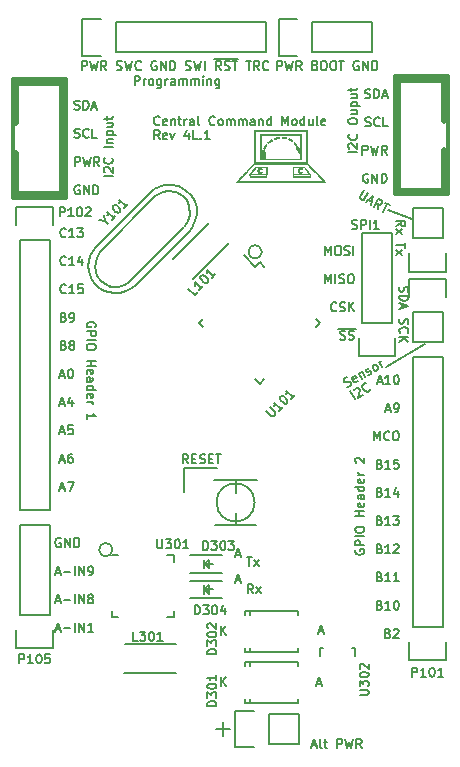
<source format=gto>
G04 #@! TF.FileFunction,Legend,Top*
%FSLAX46Y46*%
G04 Gerber Fmt 4.6, Leading zero omitted, Abs format (unit mm)*
G04 Created by KiCad (PCBNEW 4.0.0-2.201512072331+6194~38~ubuntu14.04.1-stable) date Mon 04 Jan 2016 09:00:13 PM CET*
%MOMM*%
G01*
G04 APERTURE LIST*
%ADD10C,0.100000*%
%ADD11C,0.127000*%
%ADD12C,0.200000*%
%ADD13C,0.152400*%
%ADD14C,0.150000*%
%ADD15C,0.500000*%
%ADD16C,0.300000*%
%ADD17C,0.010000*%
G04 APERTURE END LIST*
D10*
D11*
X89326357Y-86098743D02*
X89290071Y-86135029D01*
X89181214Y-86171314D01*
X89108643Y-86171314D01*
X88999786Y-86135029D01*
X88927214Y-86062457D01*
X88890929Y-85989886D01*
X88854643Y-85844743D01*
X88854643Y-85735886D01*
X88890929Y-85590743D01*
X88927214Y-85518171D01*
X88999786Y-85445600D01*
X89108643Y-85409314D01*
X89181214Y-85409314D01*
X89290071Y-85445600D01*
X89326357Y-85481886D01*
X89943214Y-86135029D02*
X89870643Y-86171314D01*
X89725500Y-86171314D01*
X89652929Y-86135029D01*
X89616643Y-86062457D01*
X89616643Y-85772171D01*
X89652929Y-85699600D01*
X89725500Y-85663314D01*
X89870643Y-85663314D01*
X89943214Y-85699600D01*
X89979500Y-85772171D01*
X89979500Y-85844743D01*
X89616643Y-85917314D01*
X90306072Y-85663314D02*
X90306072Y-86171314D01*
X90306072Y-85735886D02*
X90342357Y-85699600D01*
X90414929Y-85663314D01*
X90523786Y-85663314D01*
X90596357Y-85699600D01*
X90632643Y-85772171D01*
X90632643Y-86171314D01*
X90886643Y-85663314D02*
X91176929Y-85663314D01*
X90995501Y-85409314D02*
X90995501Y-86062457D01*
X91031786Y-86135029D01*
X91104358Y-86171314D01*
X91176929Y-86171314D01*
X91430930Y-86171314D02*
X91430930Y-85663314D01*
X91430930Y-85808457D02*
X91467215Y-85735886D01*
X91503501Y-85699600D01*
X91576072Y-85663314D01*
X91648644Y-85663314D01*
X92229215Y-86171314D02*
X92229215Y-85772171D01*
X92192929Y-85699600D01*
X92120358Y-85663314D01*
X91975215Y-85663314D01*
X91902644Y-85699600D01*
X92229215Y-86135029D02*
X92156644Y-86171314D01*
X91975215Y-86171314D01*
X91902644Y-86135029D01*
X91866358Y-86062457D01*
X91866358Y-85989886D01*
X91902644Y-85917314D01*
X91975215Y-85881029D01*
X92156644Y-85881029D01*
X92229215Y-85844743D01*
X92700930Y-86171314D02*
X92628358Y-86135029D01*
X92592073Y-86062457D01*
X92592073Y-85409314D01*
X94007215Y-86098743D02*
X93970929Y-86135029D01*
X93862072Y-86171314D01*
X93789501Y-86171314D01*
X93680644Y-86135029D01*
X93608072Y-86062457D01*
X93571787Y-85989886D01*
X93535501Y-85844743D01*
X93535501Y-85735886D01*
X93571787Y-85590743D01*
X93608072Y-85518171D01*
X93680644Y-85445600D01*
X93789501Y-85409314D01*
X93862072Y-85409314D01*
X93970929Y-85445600D01*
X94007215Y-85481886D01*
X94442644Y-86171314D02*
X94370072Y-86135029D01*
X94333787Y-86098743D01*
X94297501Y-86026171D01*
X94297501Y-85808457D01*
X94333787Y-85735886D01*
X94370072Y-85699600D01*
X94442644Y-85663314D01*
X94551501Y-85663314D01*
X94624072Y-85699600D01*
X94660358Y-85735886D01*
X94696644Y-85808457D01*
X94696644Y-86026171D01*
X94660358Y-86098743D01*
X94624072Y-86135029D01*
X94551501Y-86171314D01*
X94442644Y-86171314D01*
X95023216Y-86171314D02*
X95023216Y-85663314D01*
X95023216Y-85735886D02*
X95059501Y-85699600D01*
X95132073Y-85663314D01*
X95240930Y-85663314D01*
X95313501Y-85699600D01*
X95349787Y-85772171D01*
X95349787Y-86171314D01*
X95349787Y-85772171D02*
X95386073Y-85699600D01*
X95458644Y-85663314D01*
X95567501Y-85663314D01*
X95640073Y-85699600D01*
X95676358Y-85772171D01*
X95676358Y-86171314D01*
X96039216Y-86171314D02*
X96039216Y-85663314D01*
X96039216Y-85735886D02*
X96075501Y-85699600D01*
X96148073Y-85663314D01*
X96256930Y-85663314D01*
X96329501Y-85699600D01*
X96365787Y-85772171D01*
X96365787Y-86171314D01*
X96365787Y-85772171D02*
X96402073Y-85699600D01*
X96474644Y-85663314D01*
X96583501Y-85663314D01*
X96656073Y-85699600D01*
X96692358Y-85772171D01*
X96692358Y-86171314D01*
X97381787Y-86171314D02*
X97381787Y-85772171D01*
X97345501Y-85699600D01*
X97272930Y-85663314D01*
X97127787Y-85663314D01*
X97055216Y-85699600D01*
X97381787Y-86135029D02*
X97309216Y-86171314D01*
X97127787Y-86171314D01*
X97055216Y-86135029D01*
X97018930Y-86062457D01*
X97018930Y-85989886D01*
X97055216Y-85917314D01*
X97127787Y-85881029D01*
X97309216Y-85881029D01*
X97381787Y-85844743D01*
X97744645Y-85663314D02*
X97744645Y-86171314D01*
X97744645Y-85735886D02*
X97780930Y-85699600D01*
X97853502Y-85663314D01*
X97962359Y-85663314D01*
X98034930Y-85699600D01*
X98071216Y-85772171D01*
X98071216Y-86171314D01*
X98760645Y-86171314D02*
X98760645Y-85409314D01*
X98760645Y-86135029D02*
X98688074Y-86171314D01*
X98542931Y-86171314D01*
X98470359Y-86135029D01*
X98434074Y-86098743D01*
X98397788Y-86026171D01*
X98397788Y-85808457D01*
X98434074Y-85735886D01*
X98470359Y-85699600D01*
X98542931Y-85663314D01*
X98688074Y-85663314D01*
X98760645Y-85699600D01*
X99704074Y-86171314D02*
X99704074Y-85409314D01*
X99958074Y-85953600D01*
X100212074Y-85409314D01*
X100212074Y-86171314D01*
X100683788Y-86171314D02*
X100611216Y-86135029D01*
X100574931Y-86098743D01*
X100538645Y-86026171D01*
X100538645Y-85808457D01*
X100574931Y-85735886D01*
X100611216Y-85699600D01*
X100683788Y-85663314D01*
X100792645Y-85663314D01*
X100865216Y-85699600D01*
X100901502Y-85735886D01*
X100937788Y-85808457D01*
X100937788Y-86026171D01*
X100901502Y-86098743D01*
X100865216Y-86135029D01*
X100792645Y-86171314D01*
X100683788Y-86171314D01*
X101590931Y-86171314D02*
X101590931Y-85409314D01*
X101590931Y-86135029D02*
X101518360Y-86171314D01*
X101373217Y-86171314D01*
X101300645Y-86135029D01*
X101264360Y-86098743D01*
X101228074Y-86026171D01*
X101228074Y-85808457D01*
X101264360Y-85735886D01*
X101300645Y-85699600D01*
X101373217Y-85663314D01*
X101518360Y-85663314D01*
X101590931Y-85699600D01*
X102280360Y-85663314D02*
X102280360Y-86171314D01*
X101953789Y-85663314D02*
X101953789Y-86062457D01*
X101990074Y-86135029D01*
X102062646Y-86171314D01*
X102171503Y-86171314D01*
X102244074Y-86135029D01*
X102280360Y-86098743D01*
X102752075Y-86171314D02*
X102679503Y-86135029D01*
X102643218Y-86062457D01*
X102643218Y-85409314D01*
X103332646Y-86135029D02*
X103260075Y-86171314D01*
X103114932Y-86171314D01*
X103042361Y-86135029D01*
X103006075Y-86062457D01*
X103006075Y-85772171D01*
X103042361Y-85699600D01*
X103114932Y-85663314D01*
X103260075Y-85663314D01*
X103332646Y-85699600D01*
X103368932Y-85772171D01*
X103368932Y-85844743D01*
X103006075Y-85917314D01*
X89326357Y-87365114D02*
X89072357Y-87002257D01*
X88890929Y-87365114D02*
X88890929Y-86603114D01*
X89181214Y-86603114D01*
X89253786Y-86639400D01*
X89290071Y-86675686D01*
X89326357Y-86748257D01*
X89326357Y-86857114D01*
X89290071Y-86929686D01*
X89253786Y-86965971D01*
X89181214Y-87002257D01*
X88890929Y-87002257D01*
X89943214Y-87328829D02*
X89870643Y-87365114D01*
X89725500Y-87365114D01*
X89652929Y-87328829D01*
X89616643Y-87256257D01*
X89616643Y-86965971D01*
X89652929Y-86893400D01*
X89725500Y-86857114D01*
X89870643Y-86857114D01*
X89943214Y-86893400D01*
X89979500Y-86965971D01*
X89979500Y-87038543D01*
X89616643Y-87111114D01*
X90233500Y-86857114D02*
X90414929Y-87365114D01*
X90596357Y-86857114D01*
X91793785Y-86857114D02*
X91793785Y-87365114D01*
X91612356Y-86566829D02*
X91430928Y-87111114D01*
X91902642Y-87111114D01*
X92555785Y-87365114D02*
X92192928Y-87365114D01*
X92192928Y-86603114D01*
X92809785Y-87292543D02*
X92846070Y-87328829D01*
X92809785Y-87365114D01*
X92773499Y-87328829D01*
X92809785Y-87292543D01*
X92809785Y-87365114D01*
X93571784Y-87365114D02*
X93136356Y-87365114D01*
X93354070Y-87365114D02*
X93354070Y-86603114D01*
X93281499Y-86711971D01*
X93208927Y-86784543D01*
X93136356Y-86820829D01*
D12*
X108521500Y-106616500D02*
X111823500Y-104711500D01*
X110680500Y-94107000D02*
X108648500Y-93345000D01*
D13*
X87212714Y-82767714D02*
X87212714Y-82005714D01*
X87502999Y-82005714D01*
X87575571Y-82042000D01*
X87611856Y-82078286D01*
X87648142Y-82150857D01*
X87648142Y-82259714D01*
X87611856Y-82332286D01*
X87575571Y-82368571D01*
X87502999Y-82404857D01*
X87212714Y-82404857D01*
X87974714Y-82767714D02*
X87974714Y-82259714D01*
X87974714Y-82404857D02*
X88010999Y-82332286D01*
X88047285Y-82296000D01*
X88119856Y-82259714D01*
X88192428Y-82259714D01*
X88555285Y-82767714D02*
X88482713Y-82731429D01*
X88446428Y-82695143D01*
X88410142Y-82622571D01*
X88410142Y-82404857D01*
X88446428Y-82332286D01*
X88482713Y-82296000D01*
X88555285Y-82259714D01*
X88664142Y-82259714D01*
X88736713Y-82296000D01*
X88772999Y-82332286D01*
X88809285Y-82404857D01*
X88809285Y-82622571D01*
X88772999Y-82695143D01*
X88736713Y-82731429D01*
X88664142Y-82767714D01*
X88555285Y-82767714D01*
X89462428Y-82259714D02*
X89462428Y-82876571D01*
X89426142Y-82949143D01*
X89389857Y-82985429D01*
X89317285Y-83021714D01*
X89208428Y-83021714D01*
X89135857Y-82985429D01*
X89462428Y-82731429D02*
X89389857Y-82767714D01*
X89244714Y-82767714D01*
X89172142Y-82731429D01*
X89135857Y-82695143D01*
X89099571Y-82622571D01*
X89099571Y-82404857D01*
X89135857Y-82332286D01*
X89172142Y-82296000D01*
X89244714Y-82259714D01*
X89389857Y-82259714D01*
X89462428Y-82296000D01*
X89825286Y-82767714D02*
X89825286Y-82259714D01*
X89825286Y-82404857D02*
X89861571Y-82332286D01*
X89897857Y-82296000D01*
X89970428Y-82259714D01*
X90043000Y-82259714D01*
X90623571Y-82767714D02*
X90623571Y-82368571D01*
X90587285Y-82296000D01*
X90514714Y-82259714D01*
X90369571Y-82259714D01*
X90297000Y-82296000D01*
X90623571Y-82731429D02*
X90551000Y-82767714D01*
X90369571Y-82767714D01*
X90297000Y-82731429D01*
X90260714Y-82658857D01*
X90260714Y-82586286D01*
X90297000Y-82513714D01*
X90369571Y-82477429D01*
X90551000Y-82477429D01*
X90623571Y-82441143D01*
X90986429Y-82767714D02*
X90986429Y-82259714D01*
X90986429Y-82332286D02*
X91022714Y-82296000D01*
X91095286Y-82259714D01*
X91204143Y-82259714D01*
X91276714Y-82296000D01*
X91313000Y-82368571D01*
X91313000Y-82767714D01*
X91313000Y-82368571D02*
X91349286Y-82296000D01*
X91421857Y-82259714D01*
X91530714Y-82259714D01*
X91603286Y-82296000D01*
X91639571Y-82368571D01*
X91639571Y-82767714D01*
X92002429Y-82767714D02*
X92002429Y-82259714D01*
X92002429Y-82332286D02*
X92038714Y-82296000D01*
X92111286Y-82259714D01*
X92220143Y-82259714D01*
X92292714Y-82296000D01*
X92329000Y-82368571D01*
X92329000Y-82767714D01*
X92329000Y-82368571D02*
X92365286Y-82296000D01*
X92437857Y-82259714D01*
X92546714Y-82259714D01*
X92619286Y-82296000D01*
X92655571Y-82368571D01*
X92655571Y-82767714D01*
X93018429Y-82767714D02*
X93018429Y-82259714D01*
X93018429Y-82005714D02*
X92982143Y-82042000D01*
X93018429Y-82078286D01*
X93054714Y-82042000D01*
X93018429Y-82005714D01*
X93018429Y-82078286D01*
X93381286Y-82259714D02*
X93381286Y-82767714D01*
X93381286Y-82332286D02*
X93417571Y-82296000D01*
X93490143Y-82259714D01*
X93599000Y-82259714D01*
X93671571Y-82296000D01*
X93707857Y-82368571D01*
X93707857Y-82767714D01*
X94397286Y-82259714D02*
X94397286Y-82876571D01*
X94361000Y-82949143D01*
X94324715Y-82985429D01*
X94252143Y-83021714D01*
X94143286Y-83021714D01*
X94070715Y-82985429D01*
X94397286Y-82731429D02*
X94324715Y-82767714D01*
X94179572Y-82767714D01*
X94107000Y-82731429D01*
X94070715Y-82695143D01*
X94034429Y-82622571D01*
X94034429Y-82404857D01*
X94070715Y-82332286D01*
X94107000Y-82296000D01*
X94179572Y-82259714D01*
X94324715Y-82259714D01*
X94397286Y-82296000D01*
D11*
X106601265Y-91677334D02*
X106292837Y-92211548D01*
X106287974Y-92292540D01*
X106301256Y-92342107D01*
X106345962Y-92409817D01*
X106471659Y-92482388D01*
X106552651Y-92487250D01*
X106602218Y-92473968D01*
X106669928Y-92429262D01*
X106978357Y-91895048D01*
X106989033Y-92529700D02*
X107303277Y-92711128D01*
X106817327Y-92681960D02*
X107418298Y-92149048D01*
X107257268Y-92935960D01*
X107854331Y-93280674D02*
X107815789Y-92839431D01*
X107477240Y-93062960D02*
X107858240Y-92403049D01*
X108109634Y-92548191D01*
X108154340Y-92615902D01*
X108167621Y-92665469D01*
X108162760Y-92746460D01*
X108108331Y-92840733D01*
X108040621Y-92885439D01*
X107991054Y-92898721D01*
X107910062Y-92893859D01*
X107658668Y-92748717D01*
X108423877Y-92729620D02*
X108800970Y-92947334D01*
X108231424Y-93498389D02*
X108612424Y-92838477D01*
X105200962Y-108326105D02*
X105313377Y-108303100D01*
X105470500Y-108212386D01*
X105515205Y-108144676D01*
X105528487Y-108095109D01*
X105523625Y-108014117D01*
X105487339Y-107951269D01*
X105419630Y-107906563D01*
X105370062Y-107893281D01*
X105289071Y-107898142D01*
X105145231Y-107939289D01*
X105064239Y-107944151D01*
X105014672Y-107930869D01*
X104946962Y-107886164D01*
X104910676Y-107823315D01*
X104905815Y-107742323D01*
X104919096Y-107692756D01*
X104963802Y-107625046D01*
X105120923Y-107534332D01*
X105233339Y-107511328D01*
X106112268Y-107799962D02*
X106067562Y-107867672D01*
X105941864Y-107940243D01*
X105860873Y-107945105D01*
X105793163Y-107900399D01*
X105648020Y-107649004D01*
X105643159Y-107568012D01*
X105687864Y-107500302D01*
X105813562Y-107427731D01*
X105894553Y-107422870D01*
X105962263Y-107467575D01*
X105998549Y-107530424D01*
X105720591Y-107774701D01*
X106190654Y-107210016D02*
X106444654Y-107649957D01*
X106226940Y-107272865D02*
X106240221Y-107223298D01*
X106284927Y-107155588D01*
X106379200Y-107101159D01*
X106460191Y-107096298D01*
X106527902Y-107141004D01*
X106727473Y-107486672D01*
X106992150Y-107291962D02*
X107073141Y-107287100D01*
X107198839Y-107214529D01*
X107243545Y-107146819D01*
X107238683Y-107065827D01*
X107220540Y-107034403D01*
X107152831Y-106989697D01*
X107071839Y-106994558D01*
X106977566Y-107048987D01*
X106896575Y-107053848D01*
X106828864Y-107009142D01*
X106810721Y-106977718D01*
X106805860Y-106896726D01*
X106850566Y-106829016D01*
X106944839Y-106774588D01*
X107025831Y-106769726D01*
X107670204Y-106942386D02*
X107589212Y-106947248D01*
X107539646Y-106933966D01*
X107471935Y-106889260D01*
X107363078Y-106700714D01*
X107358217Y-106619722D01*
X107371498Y-106570155D01*
X107416204Y-106502445D01*
X107510477Y-106448016D01*
X107591468Y-106443155D01*
X107641036Y-106456437D01*
X107708746Y-106501142D01*
X107817603Y-106689688D01*
X107822464Y-106770680D01*
X107809183Y-106820248D01*
X107764477Y-106887957D01*
X107670204Y-106942386D01*
X108172994Y-106652100D02*
X107918994Y-106212159D01*
X107991566Y-106337856D02*
X107986704Y-106256865D01*
X107999986Y-106207298D01*
X108044691Y-106139588D01*
X108107540Y-106103302D01*
X105847429Y-109373247D02*
X105466429Y-108713335D01*
X105785534Y-108612899D02*
X105798816Y-108563331D01*
X105843521Y-108495621D01*
X106000643Y-108404907D01*
X106081634Y-108400046D01*
X106131202Y-108413327D01*
X106198911Y-108458033D01*
X106235197Y-108520882D01*
X106258202Y-108633298D01*
X106098823Y-109228104D01*
X106507340Y-108992247D01*
X107130965Y-108548399D02*
X107117684Y-108597966D01*
X107041553Y-108683819D01*
X106978705Y-108720104D01*
X106866290Y-108743109D01*
X106767154Y-108716546D01*
X106699445Y-108671840D01*
X106595449Y-108564285D01*
X106541021Y-108470012D01*
X106499874Y-108326172D01*
X106495011Y-108245180D01*
X106521575Y-108146046D01*
X106597705Y-108060193D01*
X106660553Y-108023907D01*
X106772969Y-108000903D01*
X106822537Y-108014185D01*
D13*
X83883500Y-103251000D02*
X83919786Y-103178429D01*
X83919786Y-103069572D01*
X83883500Y-102960715D01*
X83810929Y-102888143D01*
X83738357Y-102851858D01*
X83593214Y-102815572D01*
X83484357Y-102815572D01*
X83339214Y-102851858D01*
X83266643Y-102888143D01*
X83194071Y-102960715D01*
X83157786Y-103069572D01*
X83157786Y-103142143D01*
X83194071Y-103251000D01*
X83230357Y-103287286D01*
X83484357Y-103287286D01*
X83484357Y-103142143D01*
X83157786Y-103613858D02*
X83919786Y-103613858D01*
X83919786Y-103904143D01*
X83883500Y-103976715D01*
X83847214Y-104013000D01*
X83774643Y-104049286D01*
X83665786Y-104049286D01*
X83593214Y-104013000D01*
X83556929Y-103976715D01*
X83520643Y-103904143D01*
X83520643Y-103613858D01*
X83157786Y-104375858D02*
X83919786Y-104375858D01*
X83919786Y-104883857D02*
X83919786Y-105029000D01*
X83883500Y-105101572D01*
X83810929Y-105174143D01*
X83665786Y-105210429D01*
X83411786Y-105210429D01*
X83266643Y-105174143D01*
X83194071Y-105101572D01*
X83157786Y-105029000D01*
X83157786Y-104883857D01*
X83194071Y-104811286D01*
X83266643Y-104738715D01*
X83411786Y-104702429D01*
X83665786Y-104702429D01*
X83810929Y-104738715D01*
X83883500Y-104811286D01*
X83919786Y-104883857D01*
X83157786Y-106117572D02*
X83919786Y-106117572D01*
X83556929Y-106117572D02*
X83556929Y-106553000D01*
X83157786Y-106553000D02*
X83919786Y-106553000D01*
X83194071Y-107206143D02*
X83157786Y-107133572D01*
X83157786Y-106988429D01*
X83194071Y-106915858D01*
X83266643Y-106879572D01*
X83556929Y-106879572D01*
X83629500Y-106915858D01*
X83665786Y-106988429D01*
X83665786Y-107133572D01*
X83629500Y-107206143D01*
X83556929Y-107242429D01*
X83484357Y-107242429D01*
X83411786Y-106879572D01*
X83157786Y-107895572D02*
X83556929Y-107895572D01*
X83629500Y-107859286D01*
X83665786Y-107786715D01*
X83665786Y-107641572D01*
X83629500Y-107569001D01*
X83194071Y-107895572D02*
X83157786Y-107823001D01*
X83157786Y-107641572D01*
X83194071Y-107569001D01*
X83266643Y-107532715D01*
X83339214Y-107532715D01*
X83411786Y-107569001D01*
X83448071Y-107641572D01*
X83448071Y-107823001D01*
X83484357Y-107895572D01*
X83157786Y-108585001D02*
X83919786Y-108585001D01*
X83194071Y-108585001D02*
X83157786Y-108512430D01*
X83157786Y-108367287D01*
X83194071Y-108294715D01*
X83230357Y-108258430D01*
X83302929Y-108222144D01*
X83520643Y-108222144D01*
X83593214Y-108258430D01*
X83629500Y-108294715D01*
X83665786Y-108367287D01*
X83665786Y-108512430D01*
X83629500Y-108585001D01*
X83194071Y-109238144D02*
X83157786Y-109165573D01*
X83157786Y-109020430D01*
X83194071Y-108947859D01*
X83266643Y-108911573D01*
X83556929Y-108911573D01*
X83629500Y-108947859D01*
X83665786Y-109020430D01*
X83665786Y-109165573D01*
X83629500Y-109238144D01*
X83556929Y-109274430D01*
X83484357Y-109274430D01*
X83411786Y-108911573D01*
X83157786Y-109601002D02*
X83665786Y-109601002D01*
X83520643Y-109601002D02*
X83593214Y-109637287D01*
X83629500Y-109673573D01*
X83665786Y-109746144D01*
X83665786Y-109818716D01*
X83157786Y-111052429D02*
X83157786Y-110617001D01*
X83157786Y-110834715D02*
X83919786Y-110834715D01*
X83810929Y-110762144D01*
X83738357Y-110689572D01*
X83702071Y-110617001D01*
X105918000Y-122110500D02*
X105881714Y-122183071D01*
X105881714Y-122291928D01*
X105918000Y-122400785D01*
X105990571Y-122473357D01*
X106063143Y-122509642D01*
X106208286Y-122545928D01*
X106317143Y-122545928D01*
X106462286Y-122509642D01*
X106534857Y-122473357D01*
X106607429Y-122400785D01*
X106643714Y-122291928D01*
X106643714Y-122219357D01*
X106607429Y-122110500D01*
X106571143Y-122074214D01*
X106317143Y-122074214D01*
X106317143Y-122219357D01*
X106643714Y-121747642D02*
X105881714Y-121747642D01*
X105881714Y-121457357D01*
X105918000Y-121384785D01*
X105954286Y-121348500D01*
X106026857Y-121312214D01*
X106135714Y-121312214D01*
X106208286Y-121348500D01*
X106244571Y-121384785D01*
X106280857Y-121457357D01*
X106280857Y-121747642D01*
X106643714Y-120985642D02*
X105881714Y-120985642D01*
X105881714Y-120477643D02*
X105881714Y-120332500D01*
X105918000Y-120259928D01*
X105990571Y-120187357D01*
X106135714Y-120151071D01*
X106389714Y-120151071D01*
X106534857Y-120187357D01*
X106607429Y-120259928D01*
X106643714Y-120332500D01*
X106643714Y-120477643D01*
X106607429Y-120550214D01*
X106534857Y-120622785D01*
X106389714Y-120659071D01*
X106135714Y-120659071D01*
X105990571Y-120622785D01*
X105918000Y-120550214D01*
X105881714Y-120477643D01*
X106643714Y-119243928D02*
X105881714Y-119243928D01*
X106244571Y-119243928D02*
X106244571Y-118808500D01*
X106643714Y-118808500D02*
X105881714Y-118808500D01*
X106607429Y-118155357D02*
X106643714Y-118227928D01*
X106643714Y-118373071D01*
X106607429Y-118445642D01*
X106534857Y-118481928D01*
X106244571Y-118481928D01*
X106172000Y-118445642D01*
X106135714Y-118373071D01*
X106135714Y-118227928D01*
X106172000Y-118155357D01*
X106244571Y-118119071D01*
X106317143Y-118119071D01*
X106389714Y-118481928D01*
X106643714Y-117465928D02*
X106244571Y-117465928D01*
X106172000Y-117502214D01*
X106135714Y-117574785D01*
X106135714Y-117719928D01*
X106172000Y-117792499D01*
X106607429Y-117465928D02*
X106643714Y-117538499D01*
X106643714Y-117719928D01*
X106607429Y-117792499D01*
X106534857Y-117828785D01*
X106462286Y-117828785D01*
X106389714Y-117792499D01*
X106353429Y-117719928D01*
X106353429Y-117538499D01*
X106317143Y-117465928D01*
X106643714Y-116776499D02*
X105881714Y-116776499D01*
X106607429Y-116776499D02*
X106643714Y-116849070D01*
X106643714Y-116994213D01*
X106607429Y-117066785D01*
X106571143Y-117103070D01*
X106498571Y-117139356D01*
X106280857Y-117139356D01*
X106208286Y-117103070D01*
X106172000Y-117066785D01*
X106135714Y-116994213D01*
X106135714Y-116849070D01*
X106172000Y-116776499D01*
X106607429Y-116123356D02*
X106643714Y-116195927D01*
X106643714Y-116341070D01*
X106607429Y-116413641D01*
X106534857Y-116449927D01*
X106244571Y-116449927D01*
X106172000Y-116413641D01*
X106135714Y-116341070D01*
X106135714Y-116195927D01*
X106172000Y-116123356D01*
X106244571Y-116087070D01*
X106317143Y-116087070D01*
X106389714Y-116449927D01*
X106643714Y-115760498D02*
X106135714Y-115760498D01*
X106280857Y-115760498D02*
X106208286Y-115724213D01*
X106172000Y-115687927D01*
X106135714Y-115615356D01*
X106135714Y-115542784D01*
X105954286Y-114744499D02*
X105918000Y-114708213D01*
X105881714Y-114635642D01*
X105881714Y-114454213D01*
X105918000Y-114381642D01*
X105954286Y-114345356D01*
X106026857Y-114309071D01*
X106099429Y-114309071D01*
X106208286Y-114345356D01*
X106643714Y-114780785D01*
X106643714Y-114309071D01*
X105600501Y-94923429D02*
X105709358Y-94959714D01*
X105890787Y-94959714D01*
X105963358Y-94923429D01*
X105999644Y-94887143D01*
X106035929Y-94814571D01*
X106035929Y-94742000D01*
X105999644Y-94669429D01*
X105963358Y-94633143D01*
X105890787Y-94596857D01*
X105745644Y-94560571D01*
X105673072Y-94524286D01*
X105636787Y-94488000D01*
X105600501Y-94415429D01*
X105600501Y-94342857D01*
X105636787Y-94270286D01*
X105673072Y-94234000D01*
X105745644Y-94197714D01*
X105927072Y-94197714D01*
X106035929Y-94234000D01*
X106362501Y-94959714D02*
X106362501Y-94197714D01*
X106652786Y-94197714D01*
X106725358Y-94234000D01*
X106761643Y-94270286D01*
X106797929Y-94342857D01*
X106797929Y-94451714D01*
X106761643Y-94524286D01*
X106725358Y-94560571D01*
X106652786Y-94596857D01*
X106362501Y-94596857D01*
X107124501Y-94959714D02*
X107124501Y-94197714D01*
X107886500Y-94959714D02*
X107451072Y-94959714D01*
X107668786Y-94959714D02*
X107668786Y-94197714D01*
X107596215Y-94306571D01*
X107523643Y-94379143D01*
X107451072Y-94415429D01*
D11*
X97263857Y-125820714D02*
X97009857Y-125457857D01*
X96828429Y-125820714D02*
X96828429Y-125058714D01*
X97118714Y-125058714D01*
X97191286Y-125095000D01*
X97227571Y-125131286D01*
X97263857Y-125203857D01*
X97263857Y-125312714D01*
X97227571Y-125385286D01*
X97191286Y-125421571D01*
X97118714Y-125457857D01*
X96828429Y-125457857D01*
X97517857Y-125820714D02*
X97917000Y-125312714D01*
X97517857Y-125312714D02*
X97917000Y-125820714D01*
X96719571Y-122772714D02*
X97155000Y-122772714D01*
X96937286Y-123534714D02*
X96937286Y-122772714D01*
X97336428Y-123534714D02*
X97735571Y-123026714D01*
X97336428Y-123026714D02*
X97735571Y-123534714D01*
D12*
X97976961Y-96901000D02*
G75*
G03X97976961Y-96901000I-567961J0D01*
G01*
X85340461Y-122110500D02*
G75*
G03X85340461Y-122110500I-567961J0D01*
G01*
D11*
X82740503Y-81497714D02*
X82740503Y-80735714D01*
X83030788Y-80735714D01*
X83103360Y-80772000D01*
X83139645Y-80808286D01*
X83175931Y-80880857D01*
X83175931Y-80989714D01*
X83139645Y-81062286D01*
X83103360Y-81098571D01*
X83030788Y-81134857D01*
X82740503Y-81134857D01*
X83429931Y-80735714D02*
X83611360Y-81497714D01*
X83756503Y-80953429D01*
X83901645Y-81497714D01*
X84083074Y-80735714D01*
X84808788Y-81497714D02*
X84554788Y-81134857D01*
X84373360Y-81497714D02*
X84373360Y-80735714D01*
X84663645Y-80735714D01*
X84736217Y-80772000D01*
X84772502Y-80808286D01*
X84808788Y-80880857D01*
X84808788Y-80989714D01*
X84772502Y-81062286D01*
X84736217Y-81098571D01*
X84663645Y-81134857D01*
X84373360Y-81134857D01*
X85679645Y-81461429D02*
X85788502Y-81497714D01*
X85969931Y-81497714D01*
X86042502Y-81461429D01*
X86078788Y-81425143D01*
X86115073Y-81352571D01*
X86115073Y-81280000D01*
X86078788Y-81207429D01*
X86042502Y-81171143D01*
X85969931Y-81134857D01*
X85824788Y-81098571D01*
X85752216Y-81062286D01*
X85715931Y-81026000D01*
X85679645Y-80953429D01*
X85679645Y-80880857D01*
X85715931Y-80808286D01*
X85752216Y-80772000D01*
X85824788Y-80735714D01*
X86006216Y-80735714D01*
X86115073Y-80772000D01*
X86369073Y-80735714D02*
X86550502Y-81497714D01*
X86695645Y-80953429D01*
X86840787Y-81497714D01*
X87022216Y-80735714D01*
X87747930Y-81425143D02*
X87711644Y-81461429D01*
X87602787Y-81497714D01*
X87530216Y-81497714D01*
X87421359Y-81461429D01*
X87348787Y-81388857D01*
X87312502Y-81316286D01*
X87276216Y-81171143D01*
X87276216Y-81062286D01*
X87312502Y-80917143D01*
X87348787Y-80844571D01*
X87421359Y-80772000D01*
X87530216Y-80735714D01*
X87602787Y-80735714D01*
X87711644Y-80772000D01*
X87747930Y-80808286D01*
X89054215Y-80772000D02*
X88981644Y-80735714D01*
X88872787Y-80735714D01*
X88763930Y-80772000D01*
X88691358Y-80844571D01*
X88655073Y-80917143D01*
X88618787Y-81062286D01*
X88618787Y-81171143D01*
X88655073Y-81316286D01*
X88691358Y-81388857D01*
X88763930Y-81461429D01*
X88872787Y-81497714D01*
X88945358Y-81497714D01*
X89054215Y-81461429D01*
X89090501Y-81425143D01*
X89090501Y-81171143D01*
X88945358Y-81171143D01*
X89417073Y-81497714D02*
X89417073Y-80735714D01*
X89852501Y-81497714D01*
X89852501Y-80735714D01*
X90215359Y-81497714D02*
X90215359Y-80735714D01*
X90396787Y-80735714D01*
X90505644Y-80772000D01*
X90578216Y-80844571D01*
X90614501Y-80917143D01*
X90650787Y-81062286D01*
X90650787Y-81171143D01*
X90614501Y-81316286D01*
X90578216Y-81388857D01*
X90505644Y-81461429D01*
X90396787Y-81497714D01*
X90215359Y-81497714D01*
X91521644Y-81461429D02*
X91630501Y-81497714D01*
X91811930Y-81497714D01*
X91884501Y-81461429D01*
X91920787Y-81425143D01*
X91957072Y-81352571D01*
X91957072Y-81280000D01*
X91920787Y-81207429D01*
X91884501Y-81171143D01*
X91811930Y-81134857D01*
X91666787Y-81098571D01*
X91594215Y-81062286D01*
X91557930Y-81026000D01*
X91521644Y-80953429D01*
X91521644Y-80880857D01*
X91557930Y-80808286D01*
X91594215Y-80772000D01*
X91666787Y-80735714D01*
X91848215Y-80735714D01*
X91957072Y-80772000D01*
X92211072Y-80735714D02*
X92392501Y-81497714D01*
X92537644Y-80953429D01*
X92682786Y-81497714D01*
X92864215Y-80735714D01*
X93154501Y-81497714D02*
X93154501Y-80735714D01*
X94533357Y-81497714D02*
X94279357Y-81134857D01*
X94097929Y-81497714D02*
X94097929Y-80735714D01*
X94388214Y-80735714D01*
X94460786Y-80772000D01*
X94497071Y-80808286D01*
X94533357Y-80880857D01*
X94533357Y-80989714D01*
X94497071Y-81062286D01*
X94460786Y-81098571D01*
X94388214Y-81134857D01*
X94097929Y-81134857D01*
X94823643Y-81461429D02*
X94932500Y-81497714D01*
X95113929Y-81497714D01*
X95186500Y-81461429D01*
X95222786Y-81425143D01*
X95259071Y-81352571D01*
X95259071Y-81280000D01*
X95222786Y-81207429D01*
X95186500Y-81171143D01*
X95113929Y-81134857D01*
X94968786Y-81098571D01*
X94896214Y-81062286D01*
X94859929Y-81026000D01*
X94823643Y-80953429D01*
X94823643Y-80880857D01*
X94859929Y-80808286D01*
X94896214Y-80772000D01*
X94968786Y-80735714D01*
X95150214Y-80735714D01*
X95259071Y-80772000D01*
X95476785Y-80735714D02*
X95912214Y-80735714D01*
X95694500Y-81497714D02*
X95694500Y-80735714D01*
X93916500Y-80604360D02*
X95984785Y-80604360D01*
X96637927Y-80735714D02*
X97073356Y-80735714D01*
X96855642Y-81497714D02*
X96855642Y-80735714D01*
X97762784Y-81497714D02*
X97508784Y-81134857D01*
X97327356Y-81497714D02*
X97327356Y-80735714D01*
X97617641Y-80735714D01*
X97690213Y-80772000D01*
X97726498Y-80808286D01*
X97762784Y-80880857D01*
X97762784Y-80989714D01*
X97726498Y-81062286D01*
X97690213Y-81098571D01*
X97617641Y-81134857D01*
X97327356Y-81134857D01*
X98524784Y-81425143D02*
X98488498Y-81461429D01*
X98379641Y-81497714D01*
X98307070Y-81497714D01*
X98198213Y-81461429D01*
X98125641Y-81388857D01*
X98089356Y-81316286D01*
X98053070Y-81171143D01*
X98053070Y-81062286D01*
X98089356Y-80917143D01*
X98125641Y-80844571D01*
X98198213Y-80772000D01*
X98307070Y-80735714D01*
X98379641Y-80735714D01*
X98488498Y-80772000D01*
X98524784Y-80808286D01*
X109673571Y-99840143D02*
X109637286Y-99949000D01*
X109637286Y-100130429D01*
X109673571Y-100203000D01*
X109709857Y-100239286D01*
X109782429Y-100275571D01*
X109855000Y-100275571D01*
X109927571Y-100239286D01*
X109963857Y-100203000D01*
X110000143Y-100130429D01*
X110036429Y-99985286D01*
X110072714Y-99912714D01*
X110109000Y-99876429D01*
X110181571Y-99840143D01*
X110254143Y-99840143D01*
X110326714Y-99876429D01*
X110363000Y-99912714D01*
X110399286Y-99985286D01*
X110399286Y-100166714D01*
X110363000Y-100275571D01*
X109637286Y-100602143D02*
X110399286Y-100602143D01*
X110399286Y-100783571D01*
X110363000Y-100892428D01*
X110290429Y-100965000D01*
X110217857Y-101001285D01*
X110072714Y-101037571D01*
X109963857Y-101037571D01*
X109818714Y-101001285D01*
X109746143Y-100965000D01*
X109673571Y-100892428D01*
X109637286Y-100783571D01*
X109637286Y-100602143D01*
X109855000Y-101327857D02*
X109855000Y-101690714D01*
X109637286Y-101255285D02*
X110399286Y-101509285D01*
X109637286Y-101763285D01*
X109673571Y-102561571D02*
X109637286Y-102670428D01*
X109637286Y-102851857D01*
X109673571Y-102924428D01*
X109709857Y-102960714D01*
X109782429Y-102996999D01*
X109855000Y-102996999D01*
X109927571Y-102960714D01*
X109963857Y-102924428D01*
X110000143Y-102851857D01*
X110036429Y-102706714D01*
X110072714Y-102634142D01*
X110109000Y-102597857D01*
X110181571Y-102561571D01*
X110254143Y-102561571D01*
X110326714Y-102597857D01*
X110363000Y-102634142D01*
X110399286Y-102706714D01*
X110399286Y-102888142D01*
X110363000Y-102996999D01*
X109709857Y-103758999D02*
X109673571Y-103722713D01*
X109637286Y-103613856D01*
X109637286Y-103541285D01*
X109673571Y-103432428D01*
X109746143Y-103359856D01*
X109818714Y-103323571D01*
X109963857Y-103287285D01*
X110072714Y-103287285D01*
X110217857Y-103323571D01*
X110290429Y-103359856D01*
X110363000Y-103432428D01*
X110399286Y-103541285D01*
X110399286Y-103613856D01*
X110363000Y-103722713D01*
X110326714Y-103758999D01*
X109637286Y-104085571D02*
X110399286Y-104085571D01*
X109637286Y-104520999D02*
X110072714Y-104194428D01*
X110399286Y-104520999D02*
X109963857Y-104085571D01*
X109383286Y-94723857D02*
X109746143Y-94469857D01*
X109383286Y-94288429D02*
X110145286Y-94288429D01*
X110145286Y-94578714D01*
X110109000Y-94651286D01*
X110072714Y-94687571D01*
X110000143Y-94723857D01*
X109891286Y-94723857D01*
X109818714Y-94687571D01*
X109782429Y-94651286D01*
X109746143Y-94578714D01*
X109746143Y-94288429D01*
X109383286Y-94977857D02*
X109891286Y-95377000D01*
X109891286Y-94977857D02*
X109383286Y-95377000D01*
X110145286Y-96138999D02*
X110145286Y-96574428D01*
X109383286Y-96356714D02*
X110145286Y-96356714D01*
X109383286Y-96755856D02*
X109891286Y-97154999D01*
X109891286Y-96755856D02*
X109383286Y-97154999D01*
X81388857Y-95572943D02*
X81352571Y-95609229D01*
X81243714Y-95645514D01*
X81171143Y-95645514D01*
X81062286Y-95609229D01*
X80989714Y-95536657D01*
X80953429Y-95464086D01*
X80917143Y-95318943D01*
X80917143Y-95210086D01*
X80953429Y-95064943D01*
X80989714Y-94992371D01*
X81062286Y-94919800D01*
X81171143Y-94883514D01*
X81243714Y-94883514D01*
X81352571Y-94919800D01*
X81388857Y-94956086D01*
X82114571Y-95645514D02*
X81679143Y-95645514D01*
X81896857Y-95645514D02*
X81896857Y-94883514D01*
X81824286Y-94992371D01*
X81751714Y-95064943D01*
X81679143Y-95101229D01*
X82368571Y-94883514D02*
X82840285Y-94883514D01*
X82586285Y-95173800D01*
X82695143Y-95173800D01*
X82767714Y-95210086D01*
X82804000Y-95246371D01*
X82840285Y-95318943D01*
X82840285Y-95500371D01*
X82804000Y-95572943D01*
X82767714Y-95609229D01*
X82695143Y-95645514D01*
X82477428Y-95645514D01*
X82404857Y-95609229D01*
X82368571Y-95572943D01*
X81388857Y-97960543D02*
X81352571Y-97996829D01*
X81243714Y-98033114D01*
X81171143Y-98033114D01*
X81062286Y-97996829D01*
X80989714Y-97924257D01*
X80953429Y-97851686D01*
X80917143Y-97706543D01*
X80917143Y-97597686D01*
X80953429Y-97452543D01*
X80989714Y-97379971D01*
X81062286Y-97307400D01*
X81171143Y-97271114D01*
X81243714Y-97271114D01*
X81352571Y-97307400D01*
X81388857Y-97343686D01*
X82114571Y-98033114D02*
X81679143Y-98033114D01*
X81896857Y-98033114D02*
X81896857Y-97271114D01*
X81824286Y-97379971D01*
X81751714Y-97452543D01*
X81679143Y-97488829D01*
X82767714Y-97525114D02*
X82767714Y-98033114D01*
X82586285Y-97234829D02*
X82404857Y-97779114D01*
X82876571Y-97779114D01*
X81388857Y-100348143D02*
X81352571Y-100384429D01*
X81243714Y-100420714D01*
X81171143Y-100420714D01*
X81062286Y-100384429D01*
X80989714Y-100311857D01*
X80953429Y-100239286D01*
X80917143Y-100094143D01*
X80917143Y-99985286D01*
X80953429Y-99840143D01*
X80989714Y-99767571D01*
X81062286Y-99695000D01*
X81171143Y-99658714D01*
X81243714Y-99658714D01*
X81352571Y-99695000D01*
X81388857Y-99731286D01*
X82114571Y-100420714D02*
X81679143Y-100420714D01*
X81896857Y-100420714D02*
X81896857Y-99658714D01*
X81824286Y-99767571D01*
X81751714Y-99840143D01*
X81679143Y-99876429D01*
X82804000Y-99658714D02*
X82441143Y-99658714D01*
X82404857Y-100021571D01*
X82441143Y-99985286D01*
X82513714Y-99949000D01*
X82695143Y-99949000D01*
X82767714Y-99985286D01*
X82804000Y-100021571D01*
X82840285Y-100094143D01*
X82840285Y-100275571D01*
X82804000Y-100348143D01*
X82767714Y-100384429D01*
X82695143Y-100420714D01*
X82513714Y-100420714D01*
X82441143Y-100384429D01*
X82404857Y-100348143D01*
X81207429Y-102409171D02*
X81316286Y-102445457D01*
X81352571Y-102481743D01*
X81388857Y-102554314D01*
X81388857Y-102663171D01*
X81352571Y-102735743D01*
X81316286Y-102772029D01*
X81243714Y-102808314D01*
X80953429Y-102808314D01*
X80953429Y-102046314D01*
X81207429Y-102046314D01*
X81280000Y-102082600D01*
X81316286Y-102118886D01*
X81352571Y-102191457D01*
X81352571Y-102264029D01*
X81316286Y-102336600D01*
X81280000Y-102372886D01*
X81207429Y-102409171D01*
X80953429Y-102409171D01*
X81751714Y-102808314D02*
X81896857Y-102808314D01*
X81969429Y-102772029D01*
X82005714Y-102735743D01*
X82078286Y-102626886D01*
X82114571Y-102481743D01*
X82114571Y-102191457D01*
X82078286Y-102118886D01*
X82042000Y-102082600D01*
X81969429Y-102046314D01*
X81824286Y-102046314D01*
X81751714Y-102082600D01*
X81715429Y-102118886D01*
X81679143Y-102191457D01*
X81679143Y-102372886D01*
X81715429Y-102445457D01*
X81751714Y-102481743D01*
X81824286Y-102518029D01*
X81969429Y-102518029D01*
X82042000Y-102481743D01*
X82078286Y-102445457D01*
X82114571Y-102372886D01*
X81207429Y-104796771D02*
X81316286Y-104833057D01*
X81352571Y-104869343D01*
X81388857Y-104941914D01*
X81388857Y-105050771D01*
X81352571Y-105123343D01*
X81316286Y-105159629D01*
X81243714Y-105195914D01*
X80953429Y-105195914D01*
X80953429Y-104433914D01*
X81207429Y-104433914D01*
X81280000Y-104470200D01*
X81316286Y-104506486D01*
X81352571Y-104579057D01*
X81352571Y-104651629D01*
X81316286Y-104724200D01*
X81280000Y-104760486D01*
X81207429Y-104796771D01*
X80953429Y-104796771D01*
X81824286Y-104760486D02*
X81751714Y-104724200D01*
X81715429Y-104687914D01*
X81679143Y-104615343D01*
X81679143Y-104579057D01*
X81715429Y-104506486D01*
X81751714Y-104470200D01*
X81824286Y-104433914D01*
X81969429Y-104433914D01*
X82042000Y-104470200D01*
X82078286Y-104506486D01*
X82114571Y-104579057D01*
X82114571Y-104615343D01*
X82078286Y-104687914D01*
X82042000Y-104724200D01*
X81969429Y-104760486D01*
X81824286Y-104760486D01*
X81751714Y-104796771D01*
X81715429Y-104833057D01*
X81679143Y-104905629D01*
X81679143Y-105050771D01*
X81715429Y-105123343D01*
X81751714Y-105159629D01*
X81824286Y-105195914D01*
X81969429Y-105195914D01*
X82042000Y-105159629D01*
X82078286Y-105123343D01*
X82114571Y-105050771D01*
X82114571Y-104905629D01*
X82078286Y-104833057D01*
X82042000Y-104796771D01*
X81969429Y-104760486D01*
X80917143Y-107365800D02*
X81280000Y-107365800D01*
X80844571Y-107583514D02*
X81098571Y-106821514D01*
X81352571Y-107583514D01*
X81751714Y-106821514D02*
X81824286Y-106821514D01*
X81896857Y-106857800D01*
X81933143Y-106894086D01*
X81969429Y-106966657D01*
X82005714Y-107111800D01*
X82005714Y-107293229D01*
X81969429Y-107438371D01*
X81933143Y-107510943D01*
X81896857Y-107547229D01*
X81824286Y-107583514D01*
X81751714Y-107583514D01*
X81679143Y-107547229D01*
X81642857Y-107510943D01*
X81606572Y-107438371D01*
X81570286Y-107293229D01*
X81570286Y-107111800D01*
X81606572Y-106966657D01*
X81642857Y-106894086D01*
X81679143Y-106857800D01*
X81751714Y-106821514D01*
X80917143Y-109753400D02*
X81280000Y-109753400D01*
X80844571Y-109971114D02*
X81098571Y-109209114D01*
X81352571Y-109971114D01*
X81933143Y-109463114D02*
X81933143Y-109971114D01*
X81751714Y-109172829D02*
X81570286Y-109717114D01*
X82042000Y-109717114D01*
X80917143Y-112141000D02*
X81280000Y-112141000D01*
X80844571Y-112358714D02*
X81098571Y-111596714D01*
X81352571Y-112358714D01*
X81969429Y-111596714D02*
X81606572Y-111596714D01*
X81570286Y-111959571D01*
X81606572Y-111923286D01*
X81679143Y-111887000D01*
X81860572Y-111887000D01*
X81933143Y-111923286D01*
X81969429Y-111959571D01*
X82005714Y-112032143D01*
X82005714Y-112213571D01*
X81969429Y-112286143D01*
X81933143Y-112322429D01*
X81860572Y-112358714D01*
X81679143Y-112358714D01*
X81606572Y-112322429D01*
X81570286Y-112286143D01*
X80917143Y-114528600D02*
X81280000Y-114528600D01*
X80844571Y-114746314D02*
X81098571Y-113984314D01*
X81352571Y-114746314D01*
X81933143Y-113984314D02*
X81788000Y-113984314D01*
X81715429Y-114020600D01*
X81679143Y-114056886D01*
X81606572Y-114165743D01*
X81570286Y-114310886D01*
X81570286Y-114601171D01*
X81606572Y-114673743D01*
X81642857Y-114710029D01*
X81715429Y-114746314D01*
X81860572Y-114746314D01*
X81933143Y-114710029D01*
X81969429Y-114673743D01*
X82005714Y-114601171D01*
X82005714Y-114419743D01*
X81969429Y-114347171D01*
X81933143Y-114310886D01*
X81860572Y-114274600D01*
X81715429Y-114274600D01*
X81642857Y-114310886D01*
X81606572Y-114347171D01*
X81570286Y-114419743D01*
X80917143Y-116916200D02*
X81280000Y-116916200D01*
X80844571Y-117133914D02*
X81098571Y-116371914D01*
X81352571Y-117133914D01*
X81534000Y-116371914D02*
X82042000Y-116371914D01*
X81715429Y-117133914D01*
X107768572Y-107873800D02*
X108131429Y-107873800D01*
X107696000Y-108091514D02*
X107950000Y-107329514D01*
X108204000Y-108091514D01*
X108857143Y-108091514D02*
X108421715Y-108091514D01*
X108639429Y-108091514D02*
X108639429Y-107329514D01*
X108566858Y-107438371D01*
X108494286Y-107510943D01*
X108421715Y-107547229D01*
X109328857Y-107329514D02*
X109401429Y-107329514D01*
X109474000Y-107365800D01*
X109510286Y-107402086D01*
X109546572Y-107474657D01*
X109582857Y-107619800D01*
X109582857Y-107801229D01*
X109546572Y-107946371D01*
X109510286Y-108018943D01*
X109474000Y-108055229D01*
X109401429Y-108091514D01*
X109328857Y-108091514D01*
X109256286Y-108055229D01*
X109220000Y-108018943D01*
X109183715Y-107946371D01*
X109147429Y-107801229D01*
X109147429Y-107619800D01*
X109183715Y-107474657D01*
X109220000Y-107402086D01*
X109256286Y-107365800D01*
X109328857Y-107329514D01*
X108494286Y-110261400D02*
X108857143Y-110261400D01*
X108421714Y-110479114D02*
X108675714Y-109717114D01*
X108929714Y-110479114D01*
X109220000Y-110479114D02*
X109365143Y-110479114D01*
X109437715Y-110442829D01*
X109474000Y-110406543D01*
X109546572Y-110297686D01*
X109582857Y-110152543D01*
X109582857Y-109862257D01*
X109546572Y-109789686D01*
X109510286Y-109753400D01*
X109437715Y-109717114D01*
X109292572Y-109717114D01*
X109220000Y-109753400D01*
X109183715Y-109789686D01*
X109147429Y-109862257D01*
X109147429Y-110043686D01*
X109183715Y-110116257D01*
X109220000Y-110152543D01*
X109292572Y-110188829D01*
X109437715Y-110188829D01*
X109510286Y-110152543D01*
X109546572Y-110116257D01*
X109582857Y-110043686D01*
X107478286Y-112866714D02*
X107478286Y-112104714D01*
X107732286Y-112649000D01*
X107986286Y-112104714D01*
X107986286Y-112866714D01*
X108784571Y-112794143D02*
X108748285Y-112830429D01*
X108639428Y-112866714D01*
X108566857Y-112866714D01*
X108458000Y-112830429D01*
X108385428Y-112757857D01*
X108349143Y-112685286D01*
X108312857Y-112540143D01*
X108312857Y-112431286D01*
X108349143Y-112286143D01*
X108385428Y-112213571D01*
X108458000Y-112141000D01*
X108566857Y-112104714D01*
X108639428Y-112104714D01*
X108748285Y-112141000D01*
X108784571Y-112177286D01*
X109256285Y-112104714D02*
X109401428Y-112104714D01*
X109474000Y-112141000D01*
X109546571Y-112213571D01*
X109582857Y-112358714D01*
X109582857Y-112612714D01*
X109546571Y-112757857D01*
X109474000Y-112830429D01*
X109401428Y-112866714D01*
X109256285Y-112866714D01*
X109183714Y-112830429D01*
X109111143Y-112757857D01*
X109074857Y-112612714D01*
X109074857Y-112358714D01*
X109111143Y-112213571D01*
X109183714Y-112141000D01*
X109256285Y-112104714D01*
X107950001Y-114855171D02*
X108058858Y-114891457D01*
X108095143Y-114927743D01*
X108131429Y-115000314D01*
X108131429Y-115109171D01*
X108095143Y-115181743D01*
X108058858Y-115218029D01*
X107986286Y-115254314D01*
X107696001Y-115254314D01*
X107696001Y-114492314D01*
X107950001Y-114492314D01*
X108022572Y-114528600D01*
X108058858Y-114564886D01*
X108095143Y-114637457D01*
X108095143Y-114710029D01*
X108058858Y-114782600D01*
X108022572Y-114818886D01*
X107950001Y-114855171D01*
X107696001Y-114855171D01*
X108857143Y-115254314D02*
X108421715Y-115254314D01*
X108639429Y-115254314D02*
X108639429Y-114492314D01*
X108566858Y-114601171D01*
X108494286Y-114673743D01*
X108421715Y-114710029D01*
X109546572Y-114492314D02*
X109183715Y-114492314D01*
X109147429Y-114855171D01*
X109183715Y-114818886D01*
X109256286Y-114782600D01*
X109437715Y-114782600D01*
X109510286Y-114818886D01*
X109546572Y-114855171D01*
X109582857Y-114927743D01*
X109582857Y-115109171D01*
X109546572Y-115181743D01*
X109510286Y-115218029D01*
X109437715Y-115254314D01*
X109256286Y-115254314D01*
X109183715Y-115218029D01*
X109147429Y-115181743D01*
X107950001Y-117242771D02*
X108058858Y-117279057D01*
X108095143Y-117315343D01*
X108131429Y-117387914D01*
X108131429Y-117496771D01*
X108095143Y-117569343D01*
X108058858Y-117605629D01*
X107986286Y-117641914D01*
X107696001Y-117641914D01*
X107696001Y-116879914D01*
X107950001Y-116879914D01*
X108022572Y-116916200D01*
X108058858Y-116952486D01*
X108095143Y-117025057D01*
X108095143Y-117097629D01*
X108058858Y-117170200D01*
X108022572Y-117206486D01*
X107950001Y-117242771D01*
X107696001Y-117242771D01*
X108857143Y-117641914D02*
X108421715Y-117641914D01*
X108639429Y-117641914D02*
X108639429Y-116879914D01*
X108566858Y-116988771D01*
X108494286Y-117061343D01*
X108421715Y-117097629D01*
X109510286Y-117133914D02*
X109510286Y-117641914D01*
X109328857Y-116843629D02*
X109147429Y-117387914D01*
X109619143Y-117387914D01*
X107950001Y-119630371D02*
X108058858Y-119666657D01*
X108095143Y-119702943D01*
X108131429Y-119775514D01*
X108131429Y-119884371D01*
X108095143Y-119956943D01*
X108058858Y-119993229D01*
X107986286Y-120029514D01*
X107696001Y-120029514D01*
X107696001Y-119267514D01*
X107950001Y-119267514D01*
X108022572Y-119303800D01*
X108058858Y-119340086D01*
X108095143Y-119412657D01*
X108095143Y-119485229D01*
X108058858Y-119557800D01*
X108022572Y-119594086D01*
X107950001Y-119630371D01*
X107696001Y-119630371D01*
X108857143Y-120029514D02*
X108421715Y-120029514D01*
X108639429Y-120029514D02*
X108639429Y-119267514D01*
X108566858Y-119376371D01*
X108494286Y-119448943D01*
X108421715Y-119485229D01*
X109111143Y-119267514D02*
X109582857Y-119267514D01*
X109328857Y-119557800D01*
X109437715Y-119557800D01*
X109510286Y-119594086D01*
X109546572Y-119630371D01*
X109582857Y-119702943D01*
X109582857Y-119884371D01*
X109546572Y-119956943D01*
X109510286Y-119993229D01*
X109437715Y-120029514D01*
X109220000Y-120029514D01*
X109147429Y-119993229D01*
X109111143Y-119956943D01*
X107950001Y-122017971D02*
X108058858Y-122054257D01*
X108095143Y-122090543D01*
X108131429Y-122163114D01*
X108131429Y-122271971D01*
X108095143Y-122344543D01*
X108058858Y-122380829D01*
X107986286Y-122417114D01*
X107696001Y-122417114D01*
X107696001Y-121655114D01*
X107950001Y-121655114D01*
X108022572Y-121691400D01*
X108058858Y-121727686D01*
X108095143Y-121800257D01*
X108095143Y-121872829D01*
X108058858Y-121945400D01*
X108022572Y-121981686D01*
X107950001Y-122017971D01*
X107696001Y-122017971D01*
X108857143Y-122417114D02*
X108421715Y-122417114D01*
X108639429Y-122417114D02*
X108639429Y-121655114D01*
X108566858Y-121763971D01*
X108494286Y-121836543D01*
X108421715Y-121872829D01*
X109147429Y-121727686D02*
X109183715Y-121691400D01*
X109256286Y-121655114D01*
X109437715Y-121655114D01*
X109510286Y-121691400D01*
X109546572Y-121727686D01*
X109582857Y-121800257D01*
X109582857Y-121872829D01*
X109546572Y-121981686D01*
X109111143Y-122417114D01*
X109582857Y-122417114D01*
X107950001Y-124405571D02*
X108058858Y-124441857D01*
X108095143Y-124478143D01*
X108131429Y-124550714D01*
X108131429Y-124659571D01*
X108095143Y-124732143D01*
X108058858Y-124768429D01*
X107986286Y-124804714D01*
X107696001Y-124804714D01*
X107696001Y-124042714D01*
X107950001Y-124042714D01*
X108022572Y-124079000D01*
X108058858Y-124115286D01*
X108095143Y-124187857D01*
X108095143Y-124260429D01*
X108058858Y-124333000D01*
X108022572Y-124369286D01*
X107950001Y-124405571D01*
X107696001Y-124405571D01*
X108857143Y-124804714D02*
X108421715Y-124804714D01*
X108639429Y-124804714D02*
X108639429Y-124042714D01*
X108566858Y-124151571D01*
X108494286Y-124224143D01*
X108421715Y-124260429D01*
X109582857Y-124804714D02*
X109147429Y-124804714D01*
X109365143Y-124804714D02*
X109365143Y-124042714D01*
X109292572Y-124151571D01*
X109220000Y-124224143D01*
X109147429Y-124260429D01*
X107950001Y-126793171D02*
X108058858Y-126829457D01*
X108095143Y-126865743D01*
X108131429Y-126938314D01*
X108131429Y-127047171D01*
X108095143Y-127119743D01*
X108058858Y-127156029D01*
X107986286Y-127192314D01*
X107696001Y-127192314D01*
X107696001Y-126430314D01*
X107950001Y-126430314D01*
X108022572Y-126466600D01*
X108058858Y-126502886D01*
X108095143Y-126575457D01*
X108095143Y-126648029D01*
X108058858Y-126720600D01*
X108022572Y-126756886D01*
X107950001Y-126793171D01*
X107696001Y-126793171D01*
X108857143Y-127192314D02*
X108421715Y-127192314D01*
X108639429Y-127192314D02*
X108639429Y-126430314D01*
X108566858Y-126539171D01*
X108494286Y-126611743D01*
X108421715Y-126648029D01*
X109328857Y-126430314D02*
X109401429Y-126430314D01*
X109474000Y-126466600D01*
X109510286Y-126502886D01*
X109546572Y-126575457D01*
X109582857Y-126720600D01*
X109582857Y-126902029D01*
X109546572Y-127047171D01*
X109510286Y-127119743D01*
X109474000Y-127156029D01*
X109401429Y-127192314D01*
X109328857Y-127192314D01*
X109256286Y-127156029D01*
X109220000Y-127119743D01*
X109183715Y-127047171D01*
X109147429Y-126902029D01*
X109147429Y-126720600D01*
X109183715Y-126575457D01*
X109220000Y-126502886D01*
X109256286Y-126466600D01*
X109328857Y-126430314D01*
X108675715Y-129180771D02*
X108784572Y-129217057D01*
X108820857Y-129253343D01*
X108857143Y-129325914D01*
X108857143Y-129434771D01*
X108820857Y-129507343D01*
X108784572Y-129543629D01*
X108712000Y-129579914D01*
X108421715Y-129579914D01*
X108421715Y-128817914D01*
X108675715Y-128817914D01*
X108748286Y-128854200D01*
X108784572Y-128890486D01*
X108820857Y-128963057D01*
X108820857Y-129035629D01*
X108784572Y-129108200D01*
X108748286Y-129144486D01*
X108675715Y-129180771D01*
X108421715Y-129180771D01*
X109147429Y-128890486D02*
X109183715Y-128854200D01*
X109256286Y-128817914D01*
X109437715Y-128817914D01*
X109510286Y-128854200D01*
X109546572Y-128890486D01*
X109582857Y-128963057D01*
X109582857Y-129035629D01*
X109546572Y-129144486D01*
X109111143Y-129579914D01*
X109582857Y-129579914D01*
X95776143Y-124714000D02*
X96139000Y-124714000D01*
X95703571Y-124931714D02*
X95957571Y-124169714D01*
X96211571Y-124931714D01*
X95776143Y-122555000D02*
X96139000Y-122555000D01*
X95703571Y-122772714D02*
X95957571Y-122010714D01*
X96211571Y-122772714D01*
X80946171Y-121158000D02*
X80873600Y-121121714D01*
X80764743Y-121121714D01*
X80655886Y-121158000D01*
X80583314Y-121230571D01*
X80547029Y-121303143D01*
X80510743Y-121448286D01*
X80510743Y-121557143D01*
X80547029Y-121702286D01*
X80583314Y-121774857D01*
X80655886Y-121847429D01*
X80764743Y-121883714D01*
X80837314Y-121883714D01*
X80946171Y-121847429D01*
X80982457Y-121811143D01*
X80982457Y-121557143D01*
X80837314Y-121557143D01*
X81309029Y-121883714D02*
X81309029Y-121121714D01*
X81744457Y-121883714D01*
X81744457Y-121121714D01*
X82107315Y-121883714D02*
X82107315Y-121121714D01*
X82288743Y-121121714D01*
X82397600Y-121158000D01*
X82470172Y-121230571D01*
X82506457Y-121303143D01*
X82542743Y-121448286D01*
X82542743Y-121557143D01*
X82506457Y-121702286D01*
X82470172Y-121774857D01*
X82397600Y-121847429D01*
X82288743Y-121883714D01*
X82107315Y-121883714D01*
X80510743Y-124053600D02*
X80873600Y-124053600D01*
X80438171Y-124271314D02*
X80692171Y-123509314D01*
X80946171Y-124271314D01*
X81200172Y-123981029D02*
X81780743Y-123981029D01*
X82143601Y-124271314D02*
X82143601Y-123509314D01*
X82506458Y-124271314D02*
X82506458Y-123509314D01*
X82941886Y-124271314D01*
X82941886Y-123509314D01*
X83341029Y-124271314D02*
X83486172Y-124271314D01*
X83558744Y-124235029D01*
X83595029Y-124198743D01*
X83667601Y-124089886D01*
X83703886Y-123944743D01*
X83703886Y-123654457D01*
X83667601Y-123581886D01*
X83631315Y-123545600D01*
X83558744Y-123509314D01*
X83413601Y-123509314D01*
X83341029Y-123545600D01*
X83304744Y-123581886D01*
X83268458Y-123654457D01*
X83268458Y-123835886D01*
X83304744Y-123908457D01*
X83341029Y-123944743D01*
X83413601Y-123981029D01*
X83558744Y-123981029D01*
X83631315Y-123944743D01*
X83667601Y-123908457D01*
X83703886Y-123835886D01*
X80510743Y-126441200D02*
X80873600Y-126441200D01*
X80438171Y-126658914D02*
X80692171Y-125896914D01*
X80946171Y-126658914D01*
X81200172Y-126368629D02*
X81780743Y-126368629D01*
X82143601Y-126658914D02*
X82143601Y-125896914D01*
X82506458Y-126658914D02*
X82506458Y-125896914D01*
X82941886Y-126658914D01*
X82941886Y-125896914D01*
X83413601Y-126223486D02*
X83341029Y-126187200D01*
X83304744Y-126150914D01*
X83268458Y-126078343D01*
X83268458Y-126042057D01*
X83304744Y-125969486D01*
X83341029Y-125933200D01*
X83413601Y-125896914D01*
X83558744Y-125896914D01*
X83631315Y-125933200D01*
X83667601Y-125969486D01*
X83703886Y-126042057D01*
X83703886Y-126078343D01*
X83667601Y-126150914D01*
X83631315Y-126187200D01*
X83558744Y-126223486D01*
X83413601Y-126223486D01*
X83341029Y-126259771D01*
X83304744Y-126296057D01*
X83268458Y-126368629D01*
X83268458Y-126513771D01*
X83304744Y-126586343D01*
X83341029Y-126622629D01*
X83413601Y-126658914D01*
X83558744Y-126658914D01*
X83631315Y-126622629D01*
X83667601Y-126586343D01*
X83703886Y-126513771D01*
X83703886Y-126368629D01*
X83667601Y-126296057D01*
X83631315Y-126259771D01*
X83558744Y-126223486D01*
X80510743Y-128828800D02*
X80873600Y-128828800D01*
X80438171Y-129046514D02*
X80692171Y-128284514D01*
X80946171Y-129046514D01*
X81200172Y-128756229D02*
X81780743Y-128756229D01*
X82143601Y-129046514D02*
X82143601Y-128284514D01*
X82506458Y-129046514D02*
X82506458Y-128284514D01*
X82941886Y-129046514D01*
X82941886Y-128284514D01*
X83703886Y-129046514D02*
X83268458Y-129046514D01*
X83486172Y-129046514D02*
X83486172Y-128284514D01*
X83413601Y-128393371D01*
X83341029Y-128465943D01*
X83268458Y-128502229D01*
D13*
X91755686Y-114797114D02*
X91501686Y-114434257D01*
X91320258Y-114797114D02*
X91320258Y-114035114D01*
X91610543Y-114035114D01*
X91683115Y-114071400D01*
X91719400Y-114107686D01*
X91755686Y-114180257D01*
X91755686Y-114289114D01*
X91719400Y-114361686D01*
X91683115Y-114397971D01*
X91610543Y-114434257D01*
X91320258Y-114434257D01*
X92082258Y-114397971D02*
X92336258Y-114397971D01*
X92445115Y-114797114D02*
X92082258Y-114797114D01*
X92082258Y-114035114D01*
X92445115Y-114035114D01*
X92735401Y-114760829D02*
X92844258Y-114797114D01*
X93025687Y-114797114D01*
X93098258Y-114760829D01*
X93134544Y-114724543D01*
X93170829Y-114651971D01*
X93170829Y-114579400D01*
X93134544Y-114506829D01*
X93098258Y-114470543D01*
X93025687Y-114434257D01*
X92880544Y-114397971D01*
X92807972Y-114361686D01*
X92771687Y-114325400D01*
X92735401Y-114252829D01*
X92735401Y-114180257D01*
X92771687Y-114107686D01*
X92807972Y-114071400D01*
X92880544Y-114035114D01*
X93061972Y-114035114D01*
X93170829Y-114071400D01*
X93497401Y-114397971D02*
X93751401Y-114397971D01*
X93860258Y-114797114D02*
X93497401Y-114797114D01*
X93497401Y-114035114D01*
X93860258Y-114035114D01*
X94077972Y-114035114D02*
X94513401Y-114035114D01*
X94295687Y-114797114D02*
X94295687Y-114035114D01*
D11*
X103341715Y-97156814D02*
X103341715Y-96394814D01*
X103595715Y-96939100D01*
X103849715Y-96394814D01*
X103849715Y-97156814D01*
X104357714Y-96394814D02*
X104502857Y-96394814D01*
X104575429Y-96431100D01*
X104648000Y-96503671D01*
X104684286Y-96648814D01*
X104684286Y-96902814D01*
X104648000Y-97047957D01*
X104575429Y-97120529D01*
X104502857Y-97156814D01*
X104357714Y-97156814D01*
X104285143Y-97120529D01*
X104212572Y-97047957D01*
X104176286Y-96902814D01*
X104176286Y-96648814D01*
X104212572Y-96503671D01*
X104285143Y-96431100D01*
X104357714Y-96394814D01*
X104974572Y-97120529D02*
X105083429Y-97156814D01*
X105264858Y-97156814D01*
X105337429Y-97120529D01*
X105373715Y-97084243D01*
X105410000Y-97011671D01*
X105410000Y-96939100D01*
X105373715Y-96866529D01*
X105337429Y-96830243D01*
X105264858Y-96793957D01*
X105119715Y-96757671D01*
X105047143Y-96721386D01*
X105010858Y-96685100D01*
X104974572Y-96612529D01*
X104974572Y-96539957D01*
X105010858Y-96467386D01*
X105047143Y-96431100D01*
X105119715Y-96394814D01*
X105301143Y-96394814D01*
X105410000Y-96431100D01*
X105736572Y-97156814D02*
X105736572Y-96394814D01*
X103341715Y-99544414D02*
X103341715Y-98782414D01*
X103595715Y-99326700D01*
X103849715Y-98782414D01*
X103849715Y-99544414D01*
X104212572Y-99544414D02*
X104212572Y-98782414D01*
X104539143Y-99508129D02*
X104648000Y-99544414D01*
X104829429Y-99544414D01*
X104902000Y-99508129D01*
X104938286Y-99471843D01*
X104974571Y-99399271D01*
X104974571Y-99326700D01*
X104938286Y-99254129D01*
X104902000Y-99217843D01*
X104829429Y-99181557D01*
X104684286Y-99145271D01*
X104611714Y-99108986D01*
X104575429Y-99072700D01*
X104539143Y-99000129D01*
X104539143Y-98927557D01*
X104575429Y-98854986D01*
X104611714Y-98818700D01*
X104684286Y-98782414D01*
X104865714Y-98782414D01*
X104974571Y-98818700D01*
X105446285Y-98782414D02*
X105591428Y-98782414D01*
X105664000Y-98818700D01*
X105736571Y-98891271D01*
X105772857Y-99036414D01*
X105772857Y-99290414D01*
X105736571Y-99435557D01*
X105664000Y-99508129D01*
X105591428Y-99544414D01*
X105446285Y-99544414D01*
X105373714Y-99508129D01*
X105301143Y-99435557D01*
X105264857Y-99290414D01*
X105264857Y-99036414D01*
X105301143Y-98891271D01*
X105373714Y-98818700D01*
X105446285Y-98782414D01*
X104285143Y-101859443D02*
X104248857Y-101895729D01*
X104140000Y-101932014D01*
X104067429Y-101932014D01*
X103958572Y-101895729D01*
X103886000Y-101823157D01*
X103849715Y-101750586D01*
X103813429Y-101605443D01*
X103813429Y-101496586D01*
X103849715Y-101351443D01*
X103886000Y-101278871D01*
X103958572Y-101206300D01*
X104067429Y-101170014D01*
X104140000Y-101170014D01*
X104248857Y-101206300D01*
X104285143Y-101242586D01*
X104575429Y-101895729D02*
X104684286Y-101932014D01*
X104865715Y-101932014D01*
X104938286Y-101895729D01*
X104974572Y-101859443D01*
X105010857Y-101786871D01*
X105010857Y-101714300D01*
X104974572Y-101641729D01*
X104938286Y-101605443D01*
X104865715Y-101569157D01*
X104720572Y-101532871D01*
X104648000Y-101496586D01*
X104611715Y-101460300D01*
X104575429Y-101387729D01*
X104575429Y-101315157D01*
X104611715Y-101242586D01*
X104648000Y-101206300D01*
X104720572Y-101170014D01*
X104902000Y-101170014D01*
X105010857Y-101206300D01*
X105337429Y-101932014D02*
X105337429Y-101170014D01*
X105772857Y-101932014D02*
X105446286Y-101496586D01*
X105772857Y-101170014D02*
X105337429Y-101605443D01*
X104611715Y-104283329D02*
X104720572Y-104319614D01*
X104902001Y-104319614D01*
X104974572Y-104283329D01*
X105010858Y-104247043D01*
X105047143Y-104174471D01*
X105047143Y-104101900D01*
X105010858Y-104029329D01*
X104974572Y-103993043D01*
X104902001Y-103956757D01*
X104756858Y-103920471D01*
X104684286Y-103884186D01*
X104648001Y-103847900D01*
X104611715Y-103775329D01*
X104611715Y-103702757D01*
X104648001Y-103630186D01*
X104684286Y-103593900D01*
X104756858Y-103557614D01*
X104938286Y-103557614D01*
X105047143Y-103593900D01*
X105337429Y-104283329D02*
X105446286Y-104319614D01*
X105627715Y-104319614D01*
X105700286Y-104283329D01*
X105736572Y-104247043D01*
X105772857Y-104174471D01*
X105772857Y-104101900D01*
X105736572Y-104029329D01*
X105700286Y-103993043D01*
X105627715Y-103956757D01*
X105482572Y-103920471D01*
X105410000Y-103884186D01*
X105373715Y-103847900D01*
X105337429Y-103775329D01*
X105337429Y-103702757D01*
X105373715Y-103630186D01*
X105410000Y-103593900D01*
X105482572Y-103557614D01*
X105664000Y-103557614D01*
X105772857Y-103593900D01*
X104466572Y-103426260D02*
X105918000Y-103426260D01*
X99277715Y-81497714D02*
X99277715Y-80735714D01*
X99568000Y-80735714D01*
X99640572Y-80772000D01*
X99676857Y-80808286D01*
X99713143Y-80880857D01*
X99713143Y-80989714D01*
X99676857Y-81062286D01*
X99640572Y-81098571D01*
X99568000Y-81134857D01*
X99277715Y-81134857D01*
X99967143Y-80735714D02*
X100148572Y-81497714D01*
X100293715Y-80953429D01*
X100438857Y-81497714D01*
X100620286Y-80735714D01*
X101346000Y-81497714D02*
X101092000Y-81134857D01*
X100910572Y-81497714D02*
X100910572Y-80735714D01*
X101200857Y-80735714D01*
X101273429Y-80772000D01*
X101309714Y-80808286D01*
X101346000Y-80880857D01*
X101346000Y-80989714D01*
X101309714Y-81062286D01*
X101273429Y-81098571D01*
X101200857Y-81134857D01*
X100910572Y-81134857D01*
X102507143Y-81098571D02*
X102616000Y-81134857D01*
X102652285Y-81171143D01*
X102688571Y-81243714D01*
X102688571Y-81352571D01*
X102652285Y-81425143D01*
X102616000Y-81461429D01*
X102543428Y-81497714D01*
X102253143Y-81497714D01*
X102253143Y-80735714D01*
X102507143Y-80735714D01*
X102579714Y-80772000D01*
X102616000Y-80808286D01*
X102652285Y-80880857D01*
X102652285Y-80953429D01*
X102616000Y-81026000D01*
X102579714Y-81062286D01*
X102507143Y-81098571D01*
X102253143Y-81098571D01*
X103160285Y-80735714D02*
X103305428Y-80735714D01*
X103378000Y-80772000D01*
X103450571Y-80844571D01*
X103486857Y-80989714D01*
X103486857Y-81243714D01*
X103450571Y-81388857D01*
X103378000Y-81461429D01*
X103305428Y-81497714D01*
X103160285Y-81497714D01*
X103087714Y-81461429D01*
X103015143Y-81388857D01*
X102978857Y-81243714D01*
X102978857Y-80989714D01*
X103015143Y-80844571D01*
X103087714Y-80772000D01*
X103160285Y-80735714D01*
X103958571Y-80735714D02*
X104103714Y-80735714D01*
X104176286Y-80772000D01*
X104248857Y-80844571D01*
X104285143Y-80989714D01*
X104285143Y-81243714D01*
X104248857Y-81388857D01*
X104176286Y-81461429D01*
X104103714Y-81497714D01*
X103958571Y-81497714D01*
X103886000Y-81461429D01*
X103813429Y-81388857D01*
X103777143Y-81243714D01*
X103777143Y-80989714D01*
X103813429Y-80844571D01*
X103886000Y-80772000D01*
X103958571Y-80735714D01*
X104502857Y-80735714D02*
X104938286Y-80735714D01*
X104720572Y-81497714D02*
X104720572Y-80735714D01*
X106171999Y-80772000D02*
X106099428Y-80735714D01*
X105990571Y-80735714D01*
X105881714Y-80772000D01*
X105809142Y-80844571D01*
X105772857Y-80917143D01*
X105736571Y-81062286D01*
X105736571Y-81171143D01*
X105772857Y-81316286D01*
X105809142Y-81388857D01*
X105881714Y-81461429D01*
X105990571Y-81497714D01*
X106063142Y-81497714D01*
X106171999Y-81461429D01*
X106208285Y-81425143D01*
X106208285Y-81171143D01*
X106063142Y-81171143D01*
X106534857Y-81497714D02*
X106534857Y-80735714D01*
X106970285Y-81497714D01*
X106970285Y-80735714D01*
X107333143Y-81497714D02*
X107333143Y-80735714D01*
X107514571Y-80735714D01*
X107623428Y-80772000D01*
X107696000Y-80844571D01*
X107732285Y-80917143D01*
X107768571Y-81062286D01*
X107768571Y-81171143D01*
X107732285Y-81316286D01*
X107696000Y-81388857D01*
X107623428Y-81461429D01*
X107514571Y-81497714D01*
X107333143Y-81497714D01*
D13*
X106072214Y-88473643D02*
X105310214Y-88473643D01*
X105382786Y-88147072D02*
X105346500Y-88110786D01*
X105310214Y-88038215D01*
X105310214Y-87856786D01*
X105346500Y-87784215D01*
X105382786Y-87747929D01*
X105455357Y-87711644D01*
X105527929Y-87711644D01*
X105636786Y-87747929D01*
X106072214Y-88183358D01*
X106072214Y-87711644D01*
X105999643Y-86949644D02*
X106035929Y-86985930D01*
X106072214Y-87094787D01*
X106072214Y-87167358D01*
X106035929Y-87276215D01*
X105963357Y-87348787D01*
X105890786Y-87385072D01*
X105745643Y-87421358D01*
X105636786Y-87421358D01*
X105491643Y-87385072D01*
X105419071Y-87348787D01*
X105346500Y-87276215D01*
X105310214Y-87167358D01*
X105310214Y-87094787D01*
X105346500Y-86985930D01*
X105382786Y-86949644D01*
X105310214Y-85897359D02*
X105310214Y-85752216D01*
X105346500Y-85679644D01*
X105419071Y-85607073D01*
X105564214Y-85570787D01*
X105818214Y-85570787D01*
X105963357Y-85607073D01*
X106035929Y-85679644D01*
X106072214Y-85752216D01*
X106072214Y-85897359D01*
X106035929Y-85969930D01*
X105963357Y-86042501D01*
X105818214Y-86078787D01*
X105564214Y-86078787D01*
X105419071Y-86042501D01*
X105346500Y-85969930D01*
X105310214Y-85897359D01*
X105564214Y-84917644D02*
X106072214Y-84917644D01*
X105564214Y-85244215D02*
X105963357Y-85244215D01*
X106035929Y-85207930D01*
X106072214Y-85135358D01*
X106072214Y-85026501D01*
X106035929Y-84953930D01*
X105999643Y-84917644D01*
X105564214Y-84554786D02*
X106326214Y-84554786D01*
X105600500Y-84554786D02*
X105564214Y-84482215D01*
X105564214Y-84337072D01*
X105600500Y-84264501D01*
X105636786Y-84228215D01*
X105709357Y-84191929D01*
X105927071Y-84191929D01*
X105999643Y-84228215D01*
X106035929Y-84264501D01*
X106072214Y-84337072D01*
X106072214Y-84482215D01*
X106035929Y-84554786D01*
X105564214Y-83538786D02*
X106072214Y-83538786D01*
X105564214Y-83865357D02*
X105963357Y-83865357D01*
X106035929Y-83829072D01*
X106072214Y-83756500D01*
X106072214Y-83647643D01*
X106035929Y-83575072D01*
X105999643Y-83538786D01*
X105564214Y-83284786D02*
X105564214Y-82994500D01*
X105310214Y-83175928D02*
X105963357Y-83175928D01*
X106035929Y-83139643D01*
X106072214Y-83067071D01*
X106072214Y-82994500D01*
X94088857Y-137268857D02*
X95250000Y-137268857D01*
X94669429Y-137849429D02*
X94669429Y-136688286D01*
D11*
X102253143Y-138684000D02*
X102616000Y-138684000D01*
X102180571Y-138901714D02*
X102434571Y-138139714D01*
X102688571Y-138901714D01*
X103051429Y-138901714D02*
X102978857Y-138865429D01*
X102942572Y-138792857D01*
X102942572Y-138139714D01*
X103232857Y-138393714D02*
X103523143Y-138393714D01*
X103341715Y-138139714D02*
X103341715Y-138792857D01*
X103378000Y-138865429D01*
X103450572Y-138901714D01*
X103523143Y-138901714D01*
X104357715Y-138901714D02*
X104357715Y-138139714D01*
X104648000Y-138139714D01*
X104720572Y-138176000D01*
X104756857Y-138212286D01*
X104793143Y-138284857D01*
X104793143Y-138393714D01*
X104756857Y-138466286D01*
X104720572Y-138502571D01*
X104648000Y-138538857D01*
X104357715Y-138538857D01*
X105047143Y-138139714D02*
X105228572Y-138901714D01*
X105373715Y-138357429D01*
X105518857Y-138901714D01*
X105700286Y-138139714D01*
X106426000Y-138901714D02*
X106172000Y-138538857D01*
X105990572Y-138901714D02*
X105990572Y-138139714D01*
X106280857Y-138139714D01*
X106353429Y-138176000D01*
X106389714Y-138212286D01*
X106426000Y-138284857D01*
X106426000Y-138393714D01*
X106389714Y-138466286D01*
X106353429Y-138502571D01*
X106280857Y-138538857D01*
X105990572Y-138538857D01*
X82110943Y-84814229D02*
X82219800Y-84850514D01*
X82401229Y-84850514D01*
X82473800Y-84814229D01*
X82510086Y-84777943D01*
X82546371Y-84705371D01*
X82546371Y-84632800D01*
X82510086Y-84560229D01*
X82473800Y-84523943D01*
X82401229Y-84487657D01*
X82256086Y-84451371D01*
X82183514Y-84415086D01*
X82147229Y-84378800D01*
X82110943Y-84306229D01*
X82110943Y-84233657D01*
X82147229Y-84161086D01*
X82183514Y-84124800D01*
X82256086Y-84088514D01*
X82437514Y-84088514D01*
X82546371Y-84124800D01*
X82872943Y-84850514D02*
X82872943Y-84088514D01*
X83054371Y-84088514D01*
X83163228Y-84124800D01*
X83235800Y-84197371D01*
X83272085Y-84269943D01*
X83308371Y-84415086D01*
X83308371Y-84523943D01*
X83272085Y-84669086D01*
X83235800Y-84741657D01*
X83163228Y-84814229D01*
X83054371Y-84850514D01*
X82872943Y-84850514D01*
X83598657Y-84632800D02*
X83961514Y-84632800D01*
X83526085Y-84850514D02*
X83780085Y-84088514D01*
X84034085Y-84850514D01*
X82110943Y-87201829D02*
X82219800Y-87238114D01*
X82401229Y-87238114D01*
X82473800Y-87201829D01*
X82510086Y-87165543D01*
X82546371Y-87092971D01*
X82546371Y-87020400D01*
X82510086Y-86947829D01*
X82473800Y-86911543D01*
X82401229Y-86875257D01*
X82256086Y-86838971D01*
X82183514Y-86802686D01*
X82147229Y-86766400D01*
X82110943Y-86693829D01*
X82110943Y-86621257D01*
X82147229Y-86548686D01*
X82183514Y-86512400D01*
X82256086Y-86476114D01*
X82437514Y-86476114D01*
X82546371Y-86512400D01*
X83308371Y-87165543D02*
X83272085Y-87201829D01*
X83163228Y-87238114D01*
X83090657Y-87238114D01*
X82981800Y-87201829D01*
X82909228Y-87129257D01*
X82872943Y-87056686D01*
X82836657Y-86911543D01*
X82836657Y-86802686D01*
X82872943Y-86657543D01*
X82909228Y-86584971D01*
X82981800Y-86512400D01*
X83090657Y-86476114D01*
X83163228Y-86476114D01*
X83272085Y-86512400D01*
X83308371Y-86548686D01*
X83997800Y-87238114D02*
X83634943Y-87238114D01*
X83634943Y-86476114D01*
X82147229Y-89625714D02*
X82147229Y-88863714D01*
X82437514Y-88863714D01*
X82510086Y-88900000D01*
X82546371Y-88936286D01*
X82582657Y-89008857D01*
X82582657Y-89117714D01*
X82546371Y-89190286D01*
X82510086Y-89226571D01*
X82437514Y-89262857D01*
X82147229Y-89262857D01*
X82836657Y-88863714D02*
X83018086Y-89625714D01*
X83163229Y-89081429D01*
X83308371Y-89625714D01*
X83489800Y-88863714D01*
X84215514Y-89625714D02*
X83961514Y-89262857D01*
X83780086Y-89625714D02*
X83780086Y-88863714D01*
X84070371Y-88863714D01*
X84142943Y-88900000D01*
X84179228Y-88936286D01*
X84215514Y-89008857D01*
X84215514Y-89117714D01*
X84179228Y-89190286D01*
X84142943Y-89226571D01*
X84070371Y-89262857D01*
X83780086Y-89262857D01*
X82546371Y-91287600D02*
X82473800Y-91251314D01*
X82364943Y-91251314D01*
X82256086Y-91287600D01*
X82183514Y-91360171D01*
X82147229Y-91432743D01*
X82110943Y-91577886D01*
X82110943Y-91686743D01*
X82147229Y-91831886D01*
X82183514Y-91904457D01*
X82256086Y-91977029D01*
X82364943Y-92013314D01*
X82437514Y-92013314D01*
X82546371Y-91977029D01*
X82582657Y-91940743D01*
X82582657Y-91686743D01*
X82437514Y-91686743D01*
X82909229Y-92013314D02*
X82909229Y-91251314D01*
X83344657Y-92013314D01*
X83344657Y-91251314D01*
X83707515Y-92013314D02*
X83707515Y-91251314D01*
X83888943Y-91251314D01*
X83997800Y-91287600D01*
X84070372Y-91360171D01*
X84106657Y-91432743D01*
X84142943Y-91577886D01*
X84142943Y-91686743D01*
X84106657Y-91831886D01*
X84070372Y-91904457D01*
X83997800Y-91977029D01*
X83888943Y-92013314D01*
X83707515Y-92013314D01*
X106716286Y-83849029D02*
X106825143Y-83885314D01*
X107006572Y-83885314D01*
X107079143Y-83849029D01*
X107115429Y-83812743D01*
X107151714Y-83740171D01*
X107151714Y-83667600D01*
X107115429Y-83595029D01*
X107079143Y-83558743D01*
X107006572Y-83522457D01*
X106861429Y-83486171D01*
X106788857Y-83449886D01*
X106752572Y-83413600D01*
X106716286Y-83341029D01*
X106716286Y-83268457D01*
X106752572Y-83195886D01*
X106788857Y-83159600D01*
X106861429Y-83123314D01*
X107042857Y-83123314D01*
X107151714Y-83159600D01*
X107478286Y-83885314D02*
X107478286Y-83123314D01*
X107659714Y-83123314D01*
X107768571Y-83159600D01*
X107841143Y-83232171D01*
X107877428Y-83304743D01*
X107913714Y-83449886D01*
X107913714Y-83558743D01*
X107877428Y-83703886D01*
X107841143Y-83776457D01*
X107768571Y-83849029D01*
X107659714Y-83885314D01*
X107478286Y-83885314D01*
X108204000Y-83667600D02*
X108566857Y-83667600D01*
X108131428Y-83885314D02*
X108385428Y-83123314D01*
X108639428Y-83885314D01*
X106752572Y-86236629D02*
X106861429Y-86272914D01*
X107042858Y-86272914D01*
X107115429Y-86236629D01*
X107151715Y-86200343D01*
X107188000Y-86127771D01*
X107188000Y-86055200D01*
X107151715Y-85982629D01*
X107115429Y-85946343D01*
X107042858Y-85910057D01*
X106897715Y-85873771D01*
X106825143Y-85837486D01*
X106788858Y-85801200D01*
X106752572Y-85728629D01*
X106752572Y-85656057D01*
X106788858Y-85583486D01*
X106825143Y-85547200D01*
X106897715Y-85510914D01*
X107079143Y-85510914D01*
X107188000Y-85547200D01*
X107950000Y-86200343D02*
X107913714Y-86236629D01*
X107804857Y-86272914D01*
X107732286Y-86272914D01*
X107623429Y-86236629D01*
X107550857Y-86164057D01*
X107514572Y-86091486D01*
X107478286Y-85946343D01*
X107478286Y-85837486D01*
X107514572Y-85692343D01*
X107550857Y-85619771D01*
X107623429Y-85547200D01*
X107732286Y-85510914D01*
X107804857Y-85510914D01*
X107913714Y-85547200D01*
X107950000Y-85583486D01*
X108639429Y-86272914D02*
X108276572Y-86272914D01*
X108276572Y-85510914D01*
X106498572Y-88660514D02*
X106498572Y-87898514D01*
X106788857Y-87898514D01*
X106861429Y-87934800D01*
X106897714Y-87971086D01*
X106934000Y-88043657D01*
X106934000Y-88152514D01*
X106897714Y-88225086D01*
X106861429Y-88261371D01*
X106788857Y-88297657D01*
X106498572Y-88297657D01*
X107188000Y-87898514D02*
X107369429Y-88660514D01*
X107514572Y-88116229D01*
X107659714Y-88660514D01*
X107841143Y-87898514D01*
X108566857Y-88660514D02*
X108312857Y-88297657D01*
X108131429Y-88660514D02*
X108131429Y-87898514D01*
X108421714Y-87898514D01*
X108494286Y-87934800D01*
X108530571Y-87971086D01*
X108566857Y-88043657D01*
X108566857Y-88152514D01*
X108530571Y-88225086D01*
X108494286Y-88261371D01*
X108421714Y-88297657D01*
X108131429Y-88297657D01*
X106970285Y-90322400D02*
X106897714Y-90286114D01*
X106788857Y-90286114D01*
X106680000Y-90322400D01*
X106607428Y-90394971D01*
X106571143Y-90467543D01*
X106534857Y-90612686D01*
X106534857Y-90721543D01*
X106571143Y-90866686D01*
X106607428Y-90939257D01*
X106680000Y-91011829D01*
X106788857Y-91048114D01*
X106861428Y-91048114D01*
X106970285Y-91011829D01*
X107006571Y-90975543D01*
X107006571Y-90721543D01*
X106861428Y-90721543D01*
X107333143Y-91048114D02*
X107333143Y-90286114D01*
X107768571Y-91048114D01*
X107768571Y-90286114D01*
X108131429Y-91048114D02*
X108131429Y-90286114D01*
X108312857Y-90286114D01*
X108421714Y-90322400D01*
X108494286Y-90394971D01*
X108530571Y-90467543D01*
X108566857Y-90612686D01*
X108566857Y-90721543D01*
X108530571Y-90866686D01*
X108494286Y-90939257D01*
X108421714Y-91011829D01*
X108312857Y-91048114D01*
X108131429Y-91048114D01*
D13*
X85371214Y-90478428D02*
X84609214Y-90478428D01*
X84681786Y-90151857D02*
X84645500Y-90115571D01*
X84609214Y-90043000D01*
X84609214Y-89861571D01*
X84645500Y-89789000D01*
X84681786Y-89752714D01*
X84754357Y-89716429D01*
X84826929Y-89716429D01*
X84935786Y-89752714D01*
X85371214Y-90188143D01*
X85371214Y-89716429D01*
X85298643Y-88954429D02*
X85334929Y-88990715D01*
X85371214Y-89099572D01*
X85371214Y-89172143D01*
X85334929Y-89281000D01*
X85262357Y-89353572D01*
X85189786Y-89389857D01*
X85044643Y-89426143D01*
X84935786Y-89426143D01*
X84790643Y-89389857D01*
X84718071Y-89353572D01*
X84645500Y-89281000D01*
X84609214Y-89172143D01*
X84609214Y-89099572D01*
X84645500Y-88990715D01*
X84681786Y-88954429D01*
X85371214Y-88047286D02*
X84609214Y-88047286D01*
X84863214Y-87684429D02*
X85371214Y-87684429D01*
X84935786Y-87684429D02*
X84899500Y-87648144D01*
X84863214Y-87575572D01*
X84863214Y-87466715D01*
X84899500Y-87394144D01*
X84972071Y-87357858D01*
X85371214Y-87357858D01*
X84863214Y-86995000D02*
X85625214Y-86995000D01*
X84899500Y-86995000D02*
X84863214Y-86922429D01*
X84863214Y-86777286D01*
X84899500Y-86704715D01*
X84935786Y-86668429D01*
X85008357Y-86632143D01*
X85226071Y-86632143D01*
X85298643Y-86668429D01*
X85334929Y-86704715D01*
X85371214Y-86777286D01*
X85371214Y-86922429D01*
X85334929Y-86995000D01*
X84863214Y-85979000D02*
X85371214Y-85979000D01*
X84863214Y-86305571D02*
X85262357Y-86305571D01*
X85334929Y-86269286D01*
X85371214Y-86196714D01*
X85371214Y-86087857D01*
X85334929Y-86015286D01*
X85298643Y-85979000D01*
X84863214Y-85725000D02*
X84863214Y-85434714D01*
X84609214Y-85616142D02*
X85262357Y-85616142D01*
X85334929Y-85579857D01*
X85371214Y-85507285D01*
X85371214Y-85434714D01*
D14*
X97790000Y-97794276D02*
X97418769Y-98165507D01*
X102916524Y-102920800D02*
X102545293Y-103292031D01*
X97790000Y-108047324D02*
X98161231Y-107676093D01*
X92663476Y-102920800D02*
X93034707Y-102549569D01*
X97790000Y-97794276D02*
X98161231Y-98165507D01*
X92663476Y-102920800D02*
X93034707Y-103292031D01*
X97790000Y-108047324D02*
X97418769Y-107676093D01*
X102916524Y-102920800D02*
X102545293Y-102549569D01*
X97418769Y-98165507D02*
X96446497Y-97193235D01*
X97006860Y-135100060D02*
X97006860Y-134749540D01*
X97006860Y-131599940D02*
X97006860Y-131950460D01*
X101056440Y-135100060D02*
X101056440Y-134749540D01*
X96555560Y-135100060D02*
X96555560Y-134749540D01*
X96555560Y-131599940D02*
X96555560Y-131950460D01*
X101056440Y-131599940D02*
X101056440Y-131950460D01*
X96555560Y-135100060D02*
X101056440Y-135100060D01*
X96555560Y-131599940D02*
X101056440Y-131599940D01*
X97006860Y-130782060D02*
X97006860Y-130431540D01*
X97006860Y-127281940D02*
X97006860Y-127632460D01*
X101056440Y-130782060D02*
X101056440Y-130431540D01*
X96555560Y-130782060D02*
X96555560Y-130431540D01*
X96555560Y-127281940D02*
X96555560Y-127632460D01*
X101056440Y-127281940D02*
X101056440Y-127632460D01*
X96555560Y-130782060D02*
X101056440Y-130782060D01*
X96555560Y-127281940D02*
X101056440Y-127281940D01*
X91872000Y-124067000D02*
X94572000Y-124067000D01*
X91872000Y-122567000D02*
X94572000Y-122567000D01*
X93372000Y-123467000D02*
X93372000Y-123217000D01*
X93372000Y-123217000D02*
X93222000Y-123367000D01*
X93122000Y-122967000D02*
X93122000Y-123667000D01*
X93472000Y-123317000D02*
X93822000Y-123317000D01*
X93122000Y-123317000D02*
X93472000Y-122967000D01*
X93472000Y-122967000D02*
X93472000Y-123667000D01*
X93472000Y-123667000D02*
X93122000Y-123317000D01*
X91872000Y-126226000D02*
X94572000Y-126226000D01*
X91872000Y-124726000D02*
X94572000Y-124726000D01*
X93372000Y-125626000D02*
X93372000Y-125376000D01*
X93372000Y-125376000D02*
X93222000Y-125526000D01*
X93122000Y-125126000D02*
X93122000Y-125826000D01*
X93472000Y-125476000D02*
X93822000Y-125476000D01*
X93122000Y-125476000D02*
X93472000Y-125126000D01*
X93472000Y-125126000D02*
X93472000Y-125826000D01*
X93472000Y-125826000D02*
X93122000Y-125476000D01*
X90433883Y-97532444D02*
X93544644Y-94421683D01*
X92129356Y-99227917D02*
X95170071Y-96187202D01*
X90718640Y-132516880D02*
X86319360Y-132516880D01*
X90718640Y-130119120D02*
X86418420Y-130119120D01*
X110744000Y-128651000D02*
X110744000Y-105791000D01*
X110744000Y-105791000D02*
X113284000Y-105791000D01*
X113284000Y-105791000D02*
X113284000Y-128651000D01*
X110464000Y-131471000D02*
X110464000Y-129921000D01*
X110744000Y-128651000D02*
X113284000Y-128651000D01*
X113564000Y-129921000D02*
X113564000Y-131471000D01*
X113564000Y-131471000D02*
X110464000Y-131471000D01*
X80010000Y-95885000D02*
X80010000Y-118745000D01*
X80010000Y-118745000D02*
X77470000Y-118745000D01*
X77470000Y-118745000D02*
X77470000Y-95885000D01*
X80290000Y-93065000D02*
X80290000Y-94615000D01*
X80010000Y-95885000D02*
X77470000Y-95885000D01*
X77190000Y-94615000D02*
X77190000Y-93065000D01*
X77190000Y-93065000D02*
X80290000Y-93065000D01*
X109016800Y-102895400D02*
X109016800Y-95275400D01*
X106476800Y-102895400D02*
X106476800Y-95275400D01*
X106196800Y-105715400D02*
X106196800Y-104165400D01*
X109016800Y-95275400D02*
X106476800Y-95275400D01*
X106476800Y-102895400D02*
X109016800Y-102895400D01*
X109296800Y-104165400D02*
X109296800Y-105715400D01*
X109296800Y-105715400D02*
X106196800Y-105715400D01*
X113284000Y-101981000D02*
X113284000Y-104521000D01*
X113564000Y-99161000D02*
X113564000Y-100711000D01*
X113284000Y-101981000D02*
X110744000Y-101981000D01*
X110464000Y-100711000D02*
X110464000Y-99161000D01*
X110464000Y-99161000D02*
X113564000Y-99161000D01*
X110744000Y-101981000D02*
X110744000Y-104521000D01*
X110744000Y-104521000D02*
X113284000Y-104521000D01*
X80010000Y-127635000D02*
X80010000Y-120015000D01*
X77470000Y-127635000D02*
X77470000Y-120015000D01*
X77190000Y-130455000D02*
X77190000Y-128905000D01*
X80010000Y-120015000D02*
X77470000Y-120015000D01*
X77470000Y-127635000D02*
X80010000Y-127635000D01*
X80290000Y-128905000D02*
X80290000Y-130455000D01*
X80290000Y-130455000D02*
X77190000Y-130455000D01*
X110744000Y-95758000D02*
X110744000Y-93218000D01*
X110464000Y-98578000D02*
X110464000Y-97028000D01*
X110744000Y-95758000D02*
X113284000Y-95758000D01*
X113564000Y-97028000D02*
X113564000Y-98578000D01*
X113564000Y-98578000D02*
X110464000Y-98578000D01*
X113284000Y-95758000D02*
X113284000Y-93218000D01*
X113284000Y-93218000D02*
X110744000Y-93218000D01*
X85598000Y-77470000D02*
X98298000Y-77470000D01*
X98298000Y-77470000D02*
X98298000Y-80010000D01*
X98298000Y-80010000D02*
X85598000Y-80010000D01*
X82778000Y-77190000D02*
X84328000Y-77190000D01*
X85598000Y-77470000D02*
X85598000Y-80010000D01*
X84328000Y-80290000D02*
X82778000Y-80290000D01*
X82778000Y-80290000D02*
X82778000Y-77190000D01*
D15*
X113434500Y-88306500D02*
X113434500Y-91706500D01*
X113434500Y-91706500D02*
X109534500Y-91706500D01*
X109534500Y-91706500D02*
X109534500Y-82306500D01*
X109534500Y-82306500D02*
X113434500Y-82306500D01*
X113434500Y-82306500D02*
X113434500Y-85806500D01*
D16*
X113734500Y-92006500D02*
X109234500Y-92006500D01*
X109234500Y-92006500D02*
X109234500Y-82006500D01*
X109234500Y-82006500D02*
X113734500Y-82006500D01*
X113734500Y-82006500D02*
X113734500Y-92006500D01*
D15*
X77192500Y-86001000D02*
X77192500Y-82601000D01*
X77192500Y-82601000D02*
X81092500Y-82601000D01*
X81092500Y-82601000D02*
X81092500Y-92001000D01*
X81092500Y-92001000D02*
X77192500Y-92001000D01*
X77192500Y-92001000D02*
X77192500Y-88501000D01*
D16*
X76892500Y-82301000D02*
X81392500Y-82301000D01*
X81392500Y-82301000D02*
X81392500Y-92301000D01*
X81392500Y-92301000D02*
X76892500Y-92301000D01*
X76892500Y-92301000D02*
X76892500Y-82301000D01*
D14*
X102235000Y-80010000D02*
X107315000Y-80010000D01*
X107315000Y-80010000D02*
X107315000Y-77470000D01*
X107315000Y-77470000D02*
X102235000Y-77470000D01*
X99415000Y-77190000D02*
X100965000Y-77190000D01*
X102235000Y-77470000D02*
X102235000Y-80010000D01*
X100965000Y-80290000D02*
X99415000Y-80290000D01*
X99415000Y-80290000D02*
X99415000Y-77190000D01*
X98552000Y-136017000D02*
X101092000Y-136017000D01*
X95732000Y-135737000D02*
X97282000Y-135737000D01*
X98552000Y-136017000D02*
X98552000Y-138557000D01*
X97282000Y-138837000D02*
X95732000Y-138837000D01*
X95732000Y-138837000D02*
X95732000Y-135737000D01*
X98552000Y-138557000D02*
X101092000Y-138557000D01*
X101092000Y-138557000D02*
X101092000Y-136017000D01*
X90509000Y-122597000D02*
X90509000Y-123122000D01*
X85259000Y-127847000D02*
X85259000Y-127322000D01*
X90509000Y-127847000D02*
X90509000Y-127322000D01*
X85259000Y-122597000D02*
X85784000Y-122597000D01*
X85259000Y-127847000D02*
X85784000Y-127847000D01*
X90509000Y-127847000D02*
X89984000Y-127847000D01*
X90509000Y-122597000D02*
X89984000Y-122597000D01*
X105693160Y-130413760D02*
X105644900Y-130413760D01*
X102894180Y-131114800D02*
X102894180Y-130413760D01*
X102894180Y-130413760D02*
X103143100Y-130413760D01*
X105693160Y-130413760D02*
X105893820Y-130413760D01*
X105893820Y-130413760D02*
X105893820Y-131114800D01*
X85268949Y-99839139D02*
X84843285Y-99697251D01*
X84843285Y-99697251D02*
X84347575Y-99345225D01*
X84347575Y-99345225D02*
X84065595Y-98919561D01*
X84065595Y-98919561D02*
X83853661Y-98143667D01*
X83853661Y-98143667D02*
X83995549Y-97434226D01*
X83995549Y-97434226D02*
X84277529Y-96868470D01*
X84277529Y-96868470D02*
X88943670Y-92202329D01*
X88943670Y-92202329D02*
X89581268Y-91848507D01*
X89581268Y-91848507D02*
X90075182Y-91778461D01*
X90075182Y-91778461D02*
X90712781Y-91848507D01*
X90712781Y-91848507D02*
X91278537Y-92130487D01*
X91278537Y-92130487D02*
X91632359Y-92484309D01*
X91632359Y-92484309D02*
X91844293Y-92980019D01*
X91844293Y-92980019D02*
X91914339Y-93757710D01*
X91914339Y-93757710D02*
X91772451Y-94323466D01*
X91772451Y-94323466D02*
X91490471Y-94749130D01*
X91420425Y-94819176D02*
X86752488Y-99487113D01*
X86752488Y-99487113D02*
X86398666Y-99697251D01*
X86398666Y-99697251D02*
X85832910Y-99839139D01*
X85832910Y-99839139D02*
X85125265Y-99839139D01*
X91786819Y-95199939D02*
X92077780Y-94840728D01*
X92077780Y-94840728D02*
X92280733Y-94479722D01*
X92280733Y-94479722D02*
X92431602Y-94019933D01*
X92431602Y-94019933D02*
X92472911Y-93651742D01*
X92472911Y-93651742D02*
X92458542Y-93170401D01*
X92458542Y-93170401D02*
X92282529Y-92584888D01*
X92282529Y-92584888D02*
X91950260Y-92069421D01*
X91950260Y-92069421D02*
X91589254Y-91708415D01*
X91589254Y-91708415D02*
X90973208Y-91333040D01*
X90973208Y-91333040D02*
X90274544Y-91198337D01*
X90274544Y-91198337D02*
X89687235Y-91261198D01*
X89687235Y-91261198D02*
X89241815Y-91412067D01*
X89241815Y-91412067D02*
X88810762Y-91616816D01*
X88810762Y-91616816D02*
X88478493Y-91905981D01*
X83442365Y-97251029D02*
X83331010Y-97674897D01*
X83331010Y-97674897D02*
X83302273Y-98098765D01*
X83302273Y-98098765D02*
X83357951Y-98510061D01*
X83357951Y-98510061D02*
X83535760Y-99111738D01*
X83535760Y-99111738D02*
X83790799Y-99521238D01*
X83790799Y-99521238D02*
X84101516Y-99860692D01*
X84101516Y-99860692D02*
X84489463Y-100122915D01*
X84489463Y-100122915D02*
X84942068Y-100306112D01*
X84942068Y-100306112D02*
X85529377Y-100383342D01*
X85529377Y-100383342D02*
X86003534Y-100361790D01*
X86003534Y-100361790D02*
X86441771Y-100250435D01*
X86441771Y-100250435D02*
X86844086Y-100045685D01*
X86844086Y-100045685D02*
X87205093Y-99781665D01*
X88500046Y-91898796D02*
X83938075Y-96460767D01*
X83938075Y-96460767D02*
X83668668Y-96784056D01*
X83668668Y-96784056D02*
X83442365Y-97251029D01*
X91794004Y-95192754D02*
X87232033Y-99754725D01*
X97370452Y-118110000D02*
G75*
G03X97370452Y-118110000I-1612452J0D01*
G01*
X94158000Y-115210000D02*
X91358000Y-115210000D01*
X91358000Y-115210000D02*
X91358000Y-117210000D01*
X95758000Y-120010000D02*
X95758000Y-119010000D01*
X95758000Y-116210000D02*
X95758000Y-117310000D01*
X94058000Y-120010000D02*
X97458000Y-120010000D01*
X93958000Y-116210000D02*
X97558000Y-116210000D01*
D17*
G36*
X101804173Y-87960199D02*
X101805147Y-89344500D01*
X102314068Y-89877899D01*
X102433164Y-90002740D01*
X102555291Y-90130788D01*
X102676208Y-90257595D01*
X102791676Y-90378714D01*
X102897452Y-90489695D01*
X102989298Y-90586090D01*
X103062971Y-90663451D01*
X103076819Y-90678000D01*
X103330648Y-90944700D01*
X95822245Y-90944700D01*
X95883379Y-90876966D01*
X95975365Y-90876966D01*
X103162207Y-90876966D01*
X103121937Y-90827058D01*
X103102877Y-90805587D01*
X103062742Y-90762029D01*
X103003818Y-90698814D01*
X102928391Y-90618373D01*
X102838748Y-90523137D01*
X102737175Y-90415537D01*
X102625959Y-90298004D01*
X102507386Y-90172969D01*
X102438200Y-90100133D01*
X101794733Y-89423116D01*
X99576466Y-89422964D01*
X97358200Y-89422812D01*
X96841733Y-89964834D01*
X96726129Y-90086193D01*
X96611122Y-90206988D01*
X96500255Y-90323493D01*
X96397072Y-90431984D01*
X96305115Y-90528735D01*
X96227925Y-90610021D01*
X96169047Y-90672116D01*
X96150316Y-90691911D01*
X95975365Y-90876966D01*
X95883379Y-90876966D01*
X95925408Y-90830400D01*
X95956638Y-90796604D01*
X96008812Y-90741113D01*
X96079370Y-90666615D01*
X96165751Y-90575795D01*
X96265392Y-90471339D01*
X96375733Y-90355936D01*
X96494212Y-90232270D01*
X96618270Y-90103029D01*
X96688184Y-90030299D01*
X97347799Y-89344500D01*
X97348766Y-87960199D01*
X97349685Y-86643633D01*
X97417466Y-86643633D01*
X97417466Y-89319100D01*
X101735467Y-89319100D01*
X101735467Y-86643633D01*
X97417466Y-86643633D01*
X97349685Y-86643633D01*
X97349733Y-86575900D01*
X101803200Y-86575900D01*
X101804173Y-87960199D01*
X101804173Y-87960199D01*
G37*
X101804173Y-87960199D02*
X101805147Y-89344500D01*
X102314068Y-89877899D01*
X102433164Y-90002740D01*
X102555291Y-90130788D01*
X102676208Y-90257595D01*
X102791676Y-90378714D01*
X102897452Y-90489695D01*
X102989298Y-90586090D01*
X103062971Y-90663451D01*
X103076819Y-90678000D01*
X103330648Y-90944700D01*
X95822245Y-90944700D01*
X95883379Y-90876966D01*
X95975365Y-90876966D01*
X103162207Y-90876966D01*
X103121937Y-90827058D01*
X103102877Y-90805587D01*
X103062742Y-90762029D01*
X103003818Y-90698814D01*
X102928391Y-90618373D01*
X102838748Y-90523137D01*
X102737175Y-90415537D01*
X102625959Y-90298004D01*
X102507386Y-90172969D01*
X102438200Y-90100133D01*
X101794733Y-89423116D01*
X99576466Y-89422964D01*
X97358200Y-89422812D01*
X96841733Y-89964834D01*
X96726129Y-90086193D01*
X96611122Y-90206988D01*
X96500255Y-90323493D01*
X96397072Y-90431984D01*
X96305115Y-90528735D01*
X96227925Y-90610021D01*
X96169047Y-90672116D01*
X96150316Y-90691911D01*
X95975365Y-90876966D01*
X95883379Y-90876966D01*
X95925408Y-90830400D01*
X95956638Y-90796604D01*
X96008812Y-90741113D01*
X96079370Y-90666615D01*
X96165751Y-90575795D01*
X96265392Y-90471339D01*
X96375733Y-90355936D01*
X96494212Y-90232270D01*
X96618270Y-90103029D01*
X96688184Y-90030299D01*
X97347799Y-89344500D01*
X97348766Y-87960199D01*
X97349685Y-86643633D01*
X97417466Y-86643633D01*
X97417466Y-89319100D01*
X101735467Y-89319100D01*
X101735467Y-86643633D01*
X97417466Y-86643633D01*
X97349685Y-86643633D01*
X97349733Y-86575900D01*
X101803200Y-86575900D01*
X101804173Y-87960199D01*
G36*
X98399798Y-89755133D02*
X98398915Y-89785616D01*
X98396333Y-89844120D01*
X98392343Y-89924856D01*
X98387233Y-90022037D01*
X98381291Y-90129874D01*
X98379499Y-90161533D01*
X98359001Y-90521366D01*
X96946341Y-90521366D01*
X96936148Y-90335099D01*
X96960267Y-90335099D01*
X96960267Y-90504433D01*
X98331867Y-90504433D01*
X98332098Y-90457866D01*
X98336136Y-90407081D01*
X98342539Y-90373200D01*
X98352750Y-90335099D01*
X96960267Y-90335099D01*
X96936148Y-90335099D01*
X96934867Y-90311696D01*
X96943541Y-90301233D01*
X96990054Y-90301233D01*
X98327263Y-90301233D01*
X98338768Y-90102266D01*
X98344311Y-90014319D01*
X98350409Y-89930282D01*
X98356245Y-89860830D01*
X98360184Y-89822866D01*
X98370096Y-89742433D01*
X97453086Y-89742433D01*
X97286532Y-89941399D01*
X97222232Y-90018403D01*
X97159868Y-90093427D01*
X97105378Y-90159304D01*
X97064700Y-90208868D01*
X97055016Y-90220799D01*
X96990054Y-90301233D01*
X96943541Y-90301233D01*
X97184884Y-90010131D01*
X97434902Y-89708566D01*
X98399600Y-89708566D01*
X98399798Y-89755133D01*
X98399798Y-89755133D01*
G37*
X98399798Y-89755133D02*
X98398915Y-89785616D01*
X98396333Y-89844120D01*
X98392343Y-89924856D01*
X98387233Y-90022037D01*
X98381291Y-90129874D01*
X98379499Y-90161533D01*
X98359001Y-90521366D01*
X96946341Y-90521366D01*
X96936148Y-90335099D01*
X96960267Y-90335099D01*
X96960267Y-90504433D01*
X98331867Y-90504433D01*
X98332098Y-90457866D01*
X98336136Y-90407081D01*
X98342539Y-90373200D01*
X98352750Y-90335099D01*
X96960267Y-90335099D01*
X96936148Y-90335099D01*
X96934867Y-90311696D01*
X96943541Y-90301233D01*
X96990054Y-90301233D01*
X98327263Y-90301233D01*
X98338768Y-90102266D01*
X98344311Y-90014319D01*
X98350409Y-89930282D01*
X98356245Y-89860830D01*
X98360184Y-89822866D01*
X98370096Y-89742433D01*
X97453086Y-89742433D01*
X97286532Y-89941399D01*
X97222232Y-90018403D01*
X97159868Y-90093427D01*
X97105378Y-90159304D01*
X97064700Y-90208868D01*
X97055016Y-90220799D01*
X96990054Y-90301233D01*
X96943541Y-90301233D01*
X97184884Y-90010131D01*
X97434902Y-89708566D01*
X98399600Y-89708566D01*
X98399798Y-89755133D01*
G36*
X102057200Y-90322022D02*
X102057200Y-90521366D01*
X100624304Y-90521366D01*
X100614032Y-90335099D01*
X100651733Y-90335099D01*
X100651733Y-90504433D01*
X102040267Y-90504433D01*
X102040267Y-90335099D01*
X100651733Y-90335099D01*
X100614032Y-90335099D01*
X100603992Y-90153066D01*
X100598004Y-90042676D01*
X100592731Y-89941938D01*
X100588447Y-89856393D01*
X100585426Y-89791581D01*
X100583944Y-89753044D01*
X100583839Y-89746666D01*
X100583856Y-89742433D01*
X100613503Y-89742433D01*
X100623415Y-89822866D01*
X100628449Y-89872903D01*
X100634402Y-89946088D01*
X100640455Y-90031745D01*
X100644832Y-90102266D01*
X100656337Y-90301233D01*
X101993546Y-90301233D01*
X101928584Y-90220799D01*
X101893997Y-90178464D01*
X101843566Y-90117364D01*
X101783229Y-90044664D01*
X101718923Y-89967532D01*
X101697068Y-89941399D01*
X101530514Y-89742433D01*
X100613503Y-89742433D01*
X100583856Y-89742433D01*
X100584000Y-89708566D01*
X101548698Y-89708566D01*
X102057200Y-90322022D01*
X102057200Y-90322022D01*
G37*
X102057200Y-90322022D02*
X102057200Y-90521366D01*
X100624304Y-90521366D01*
X100614032Y-90335099D01*
X100651733Y-90335099D01*
X100651733Y-90504433D01*
X102040267Y-90504433D01*
X102040267Y-90335099D01*
X100651733Y-90335099D01*
X100614032Y-90335099D01*
X100603992Y-90153066D01*
X100598004Y-90042676D01*
X100592731Y-89941938D01*
X100588447Y-89856393D01*
X100585426Y-89791581D01*
X100583944Y-89753044D01*
X100583839Y-89746666D01*
X100583856Y-89742433D01*
X100613503Y-89742433D01*
X100623415Y-89822866D01*
X100628449Y-89872903D01*
X100634402Y-89946088D01*
X100640455Y-90031745D01*
X100644832Y-90102266D01*
X100656337Y-90301233D01*
X101993546Y-90301233D01*
X101928584Y-90220799D01*
X101893997Y-90178464D01*
X101843566Y-90117364D01*
X101783229Y-90044664D01*
X101718923Y-89967532D01*
X101697068Y-89941399D01*
X101530514Y-89742433D01*
X100613503Y-89742433D01*
X100583856Y-89742433D01*
X100584000Y-89708566D01*
X101548698Y-89708566D01*
X102057200Y-90322022D01*
G36*
X101295200Y-89065100D02*
X97857733Y-89065100D01*
X97857733Y-86965366D01*
X97925467Y-86965366D01*
X97925467Y-88235366D01*
X97972033Y-88235738D01*
X98048513Y-88250942D01*
X98126906Y-88290582D01*
X98197108Y-88347432D01*
X98249016Y-88414267D01*
X98263056Y-88443902D01*
X98269802Y-88478406D01*
X98275397Y-88538737D01*
X98279315Y-88616862D01*
X98281031Y-88704747D01*
X98281067Y-88719069D01*
X98281067Y-88946566D01*
X98103267Y-88946566D01*
X98022073Y-88947345D01*
X97969255Y-88950202D01*
X97939344Y-88955918D01*
X97926874Y-88965274D01*
X97925467Y-88971966D01*
X97928400Y-88976206D01*
X97938476Y-88979955D01*
X97957612Y-88983242D01*
X97987722Y-88986096D01*
X98030722Y-88988546D01*
X98088529Y-88990624D01*
X98163057Y-88992357D01*
X98256223Y-88993775D01*
X98369941Y-88994908D01*
X98506128Y-88995785D01*
X98666699Y-88996436D01*
X98853570Y-88996890D01*
X99068656Y-88997177D01*
X99313874Y-88997326D01*
X99576466Y-88997366D01*
X101227467Y-88997366D01*
X101227467Y-86965366D01*
X97925467Y-86965366D01*
X97857733Y-86965366D01*
X97857733Y-86897633D01*
X101295200Y-86897633D01*
X101295200Y-89065100D01*
X101295200Y-89065100D01*
G37*
X101295200Y-89065100D02*
X97857733Y-89065100D01*
X97857733Y-86965366D01*
X97925467Y-86965366D01*
X97925467Y-88235366D01*
X97972033Y-88235738D01*
X98048513Y-88250942D01*
X98126906Y-88290582D01*
X98197108Y-88347432D01*
X98249016Y-88414267D01*
X98263056Y-88443902D01*
X98269802Y-88478406D01*
X98275397Y-88538737D01*
X98279315Y-88616862D01*
X98281031Y-88704747D01*
X98281067Y-88719069D01*
X98281067Y-88946566D01*
X98103267Y-88946566D01*
X98022073Y-88947345D01*
X97969255Y-88950202D01*
X97939344Y-88955918D01*
X97926874Y-88965274D01*
X97925467Y-88971966D01*
X97928400Y-88976206D01*
X97938476Y-88979955D01*
X97957612Y-88983242D01*
X97987722Y-88986096D01*
X98030722Y-88988546D01*
X98088529Y-88990624D01*
X98163057Y-88992357D01*
X98256223Y-88993775D01*
X98369941Y-88994908D01*
X98506128Y-88995785D01*
X98666699Y-88996436D01*
X98853570Y-88996890D01*
X99068656Y-88997177D01*
X99313874Y-88997326D01*
X99576466Y-88997366D01*
X101227467Y-88997366D01*
X101227467Y-86965366D01*
X97925467Y-86965366D01*
X97857733Y-86965366D01*
X97857733Y-86897633D01*
X101295200Y-86897633D01*
X101295200Y-89065100D01*
G36*
X97887265Y-89799729D02*
X97943541Y-89824520D01*
X97981085Y-89860842D01*
X97990208Y-89883927D01*
X97985252Y-89907029D01*
X97962731Y-89909250D01*
X97931112Y-89891374D01*
X97916256Y-89877078D01*
X97872290Y-89848358D01*
X97824485Y-89847726D01*
X97779023Y-89870920D01*
X97742084Y-89913675D01*
X97719849Y-89971729D01*
X97716193Y-90015050D01*
X97729522Y-90079605D01*
X97761307Y-90128543D01*
X97804849Y-90158278D01*
X97853446Y-90165222D01*
X97900398Y-90145787D01*
X97921317Y-90124862D01*
X97951107Y-90099977D01*
X97976251Y-90097824D01*
X97987517Y-90116428D01*
X97983255Y-90138113D01*
X97952100Y-90176150D01*
X97898680Y-90202168D01*
X97832874Y-90214806D01*
X97764563Y-90212704D01*
X97703625Y-90194500D01*
X97680165Y-90179856D01*
X97625406Y-90117568D01*
X97598274Y-90043858D01*
X97598383Y-89966345D01*
X97625353Y-89892646D01*
X97678801Y-89830380D01*
X97698437Y-89816046D01*
X97755474Y-89793343D01*
X97821496Y-89788621D01*
X97887265Y-89799729D01*
X97887265Y-89799729D01*
G37*
X97887265Y-89799729D02*
X97943541Y-89824520D01*
X97981085Y-89860842D01*
X97990208Y-89883927D01*
X97985252Y-89907029D01*
X97962731Y-89909250D01*
X97931112Y-89891374D01*
X97916256Y-89877078D01*
X97872290Y-89848358D01*
X97824485Y-89847726D01*
X97779023Y-89870920D01*
X97742084Y-89913675D01*
X97719849Y-89971729D01*
X97716193Y-90015050D01*
X97729522Y-90079605D01*
X97761307Y-90128543D01*
X97804849Y-90158278D01*
X97853446Y-90165222D01*
X97900398Y-90145787D01*
X97921317Y-90124862D01*
X97951107Y-90099977D01*
X97976251Y-90097824D01*
X97987517Y-90116428D01*
X97983255Y-90138113D01*
X97952100Y-90176150D01*
X97898680Y-90202168D01*
X97832874Y-90214806D01*
X97764563Y-90212704D01*
X97703625Y-90194500D01*
X97680165Y-90179856D01*
X97625406Y-90117568D01*
X97598274Y-90043858D01*
X97598383Y-89966345D01*
X97625353Y-89892646D01*
X97678801Y-89830380D01*
X97698437Y-89816046D01*
X97755474Y-89793343D01*
X97821496Y-89788621D01*
X97887265Y-89799729D01*
G36*
X101307798Y-89799729D02*
X101364074Y-89824520D01*
X101401618Y-89860842D01*
X101410741Y-89883927D01*
X101405785Y-89907029D01*
X101383264Y-89909250D01*
X101351645Y-89891374D01*
X101336790Y-89877078D01*
X101292824Y-89848358D01*
X101245019Y-89847726D01*
X101199556Y-89870920D01*
X101162617Y-89913675D01*
X101140383Y-89971729D01*
X101136727Y-90015050D01*
X101150055Y-90079605D01*
X101181840Y-90128543D01*
X101225382Y-90158278D01*
X101273979Y-90165222D01*
X101320931Y-90145787D01*
X101341850Y-90124862D01*
X101371640Y-90099977D01*
X101396785Y-90097824D01*
X101408050Y-90116428D01*
X101403788Y-90138113D01*
X101372634Y-90176150D01*
X101319214Y-90202168D01*
X101253408Y-90214806D01*
X101185096Y-90212704D01*
X101124159Y-90194500D01*
X101100698Y-90179856D01*
X101045940Y-90117568D01*
X101018807Y-90043858D01*
X101018917Y-89966345D01*
X101045887Y-89892646D01*
X101099334Y-89830380D01*
X101118971Y-89816046D01*
X101176007Y-89793343D01*
X101242030Y-89788621D01*
X101307798Y-89799729D01*
X101307798Y-89799729D01*
G37*
X101307798Y-89799729D02*
X101364074Y-89824520D01*
X101401618Y-89860842D01*
X101410741Y-89883927D01*
X101405785Y-89907029D01*
X101383264Y-89909250D01*
X101351645Y-89891374D01*
X101336790Y-89877078D01*
X101292824Y-89848358D01*
X101245019Y-89847726D01*
X101199556Y-89870920D01*
X101162617Y-89913675D01*
X101140383Y-89971729D01*
X101136727Y-90015050D01*
X101150055Y-90079605D01*
X101181840Y-90128543D01*
X101225382Y-90158278D01*
X101273979Y-90165222D01*
X101320931Y-90145787D01*
X101341850Y-90124862D01*
X101371640Y-90099977D01*
X101396785Y-90097824D01*
X101408050Y-90116428D01*
X101403788Y-90138113D01*
X101372634Y-90176150D01*
X101319214Y-90202168D01*
X101253408Y-90214806D01*
X101185096Y-90212704D01*
X101124159Y-90194500D01*
X101100698Y-90179856D01*
X101045940Y-90117568D01*
X101018807Y-90043858D01*
X101018917Y-89966345D01*
X101045887Y-89892646D01*
X101099334Y-89830380D01*
X101118971Y-89816046D01*
X101176007Y-89793343D01*
X101242030Y-89788621D01*
X101307798Y-89799729D01*
G36*
X100903877Y-87897502D02*
X100929594Y-87922099D01*
X100963905Y-87950668D01*
X100991610Y-87964342D01*
X100993863Y-87964540D01*
X101018205Y-87979466D01*
X101049593Y-88024630D01*
X101088551Y-88100914D01*
X101128902Y-88193033D01*
X101171468Y-88304389D01*
X101194888Y-88388297D01*
X101199127Y-88444600D01*
X101190552Y-88467639D01*
X101172143Y-88484547D01*
X101152906Y-88484438D01*
X101126081Y-88464250D01*
X101084908Y-88420923D01*
X101083202Y-88419037D01*
X101046155Y-88374229D01*
X101003146Y-88316377D01*
X100958061Y-88251507D01*
X100914783Y-88185649D01*
X100899416Y-88160783D01*
X100939600Y-88160783D01*
X100949711Y-88184845D01*
X100976256Y-88225999D01*
X101013549Y-88277084D01*
X101055906Y-88330939D01*
X101097641Y-88380404D01*
X101133070Y-88418318D01*
X101156508Y-88437518D01*
X101160122Y-88438566D01*
X101164904Y-88424264D01*
X101159898Y-88388601D01*
X101156499Y-88375066D01*
X101141521Y-88327074D01*
X101120794Y-88268735D01*
X101097659Y-88208451D01*
X101075460Y-88154621D01*
X101057537Y-88115645D01*
X101047234Y-88099926D01*
X101047025Y-88099899D01*
X101025495Y-88107333D01*
X100991741Y-88124638D01*
X100958988Y-88144317D01*
X100940460Y-88158876D01*
X100939600Y-88160783D01*
X100899416Y-88160783D01*
X100877197Y-88124833D01*
X100849188Y-88075086D01*
X100834639Y-88042438D01*
X100834496Y-88033020D01*
X100843837Y-88010596D01*
X100845039Y-87985599D01*
X100847043Y-87953420D01*
X100860138Y-87952793D01*
X100881315Y-87977106D01*
X100903232Y-87998223D01*
X100914156Y-87992581D01*
X100911866Y-87966134D01*
X100898080Y-87932140D01*
X100880532Y-87893722D01*
X100882192Y-87882263D01*
X100903877Y-87897502D01*
X100903877Y-87897502D01*
G37*
X100903877Y-87897502D02*
X100929594Y-87922099D01*
X100963905Y-87950668D01*
X100991610Y-87964342D01*
X100993863Y-87964540D01*
X101018205Y-87979466D01*
X101049593Y-88024630D01*
X101088551Y-88100914D01*
X101128902Y-88193033D01*
X101171468Y-88304389D01*
X101194888Y-88388297D01*
X101199127Y-88444600D01*
X101190552Y-88467639D01*
X101172143Y-88484547D01*
X101152906Y-88484438D01*
X101126081Y-88464250D01*
X101084908Y-88420923D01*
X101083202Y-88419037D01*
X101046155Y-88374229D01*
X101003146Y-88316377D01*
X100958061Y-88251507D01*
X100914783Y-88185649D01*
X100899416Y-88160783D01*
X100939600Y-88160783D01*
X100949711Y-88184845D01*
X100976256Y-88225999D01*
X101013549Y-88277084D01*
X101055906Y-88330939D01*
X101097641Y-88380404D01*
X101133070Y-88418318D01*
X101156508Y-88437518D01*
X101160122Y-88438566D01*
X101164904Y-88424264D01*
X101159898Y-88388601D01*
X101156499Y-88375066D01*
X101141521Y-88327074D01*
X101120794Y-88268735D01*
X101097659Y-88208451D01*
X101075460Y-88154621D01*
X101057537Y-88115645D01*
X101047234Y-88099926D01*
X101047025Y-88099899D01*
X101025495Y-88107333D01*
X100991741Y-88124638D01*
X100958988Y-88144317D01*
X100940460Y-88158876D01*
X100939600Y-88160783D01*
X100899416Y-88160783D01*
X100877197Y-88124833D01*
X100849188Y-88075086D01*
X100834639Y-88042438D01*
X100834496Y-88033020D01*
X100843837Y-88010596D01*
X100845039Y-87985599D01*
X100847043Y-87953420D01*
X100860138Y-87952793D01*
X100881315Y-87977106D01*
X100903232Y-87998223D01*
X100914156Y-87992581D01*
X100911866Y-87966134D01*
X100898080Y-87932140D01*
X100880532Y-87893722D01*
X100882192Y-87882263D01*
X100903877Y-87897502D01*
G36*
X98363441Y-87868067D02*
X98299301Y-87962816D01*
X98261028Y-88021378D01*
X98226563Y-88077546D01*
X98206879Y-88112599D01*
X98184032Y-88151895D01*
X98163277Y-88164435D01*
X98132939Y-88154408D01*
X98115882Y-88145225D01*
X98077697Y-88124017D01*
X98153861Y-88000482D01*
X98193060Y-87938182D01*
X98229432Y-87882584D01*
X98256507Y-87843519D01*
X98261350Y-87837124D01*
X98292675Y-87797301D01*
X98363441Y-87868067D01*
X98363441Y-87868067D01*
G37*
X98363441Y-87868067D02*
X98299301Y-87962816D01*
X98261028Y-88021378D01*
X98226563Y-88077546D01*
X98206879Y-88112599D01*
X98184032Y-88151895D01*
X98163277Y-88164435D01*
X98132939Y-88154408D01*
X98115882Y-88145225D01*
X98077697Y-88124017D01*
X98153861Y-88000482D01*
X98193060Y-87938182D01*
X98229432Y-87882584D01*
X98256507Y-87843519D01*
X98261350Y-87837124D01*
X98292675Y-87797301D01*
X98363441Y-87868067D01*
G36*
X100735758Y-87621879D02*
X100762520Y-87654955D01*
X100794066Y-87698961D01*
X100824148Y-87744803D01*
X100846516Y-87783382D01*
X100854933Y-87805228D01*
X100841246Y-87825453D01*
X100816833Y-87840793D01*
X100794455Y-87847312D01*
X100774404Y-87840138D01*
X100749889Y-87814256D01*
X100714509Y-87765212D01*
X100680789Y-87715023D01*
X100664526Y-87683902D01*
X100663334Y-87663468D01*
X100674828Y-87645343D01*
X100679034Y-87640600D01*
X100705242Y-87616419D01*
X100720029Y-87608833D01*
X100735758Y-87621879D01*
X100735758Y-87621879D01*
G37*
X100735758Y-87621879D02*
X100762520Y-87654955D01*
X100794066Y-87698961D01*
X100824148Y-87744803D01*
X100846516Y-87783382D01*
X100854933Y-87805228D01*
X100841246Y-87825453D01*
X100816833Y-87840793D01*
X100794455Y-87847312D01*
X100774404Y-87840138D01*
X100749889Y-87814256D01*
X100714509Y-87765212D01*
X100680789Y-87715023D01*
X100664526Y-87683902D01*
X100663334Y-87663468D01*
X100674828Y-87645343D01*
X100679034Y-87640600D01*
X100705242Y-87616419D01*
X100720029Y-87608833D01*
X100735758Y-87621879D01*
G36*
X98813717Y-87388163D02*
X98819968Y-87404406D01*
X98827446Y-87431930D01*
X98823148Y-87452889D01*
X98801861Y-87474933D01*
X98758375Y-87505715D01*
X98744801Y-87514758D01*
X98683117Y-87558297D01*
X98621818Y-87605651D01*
X98587926Y-87634387D01*
X98523329Y-87692746D01*
X98487898Y-87655023D01*
X98452466Y-87617300D01*
X98522116Y-87558033D01*
X98579718Y-87510971D01*
X98644179Y-87461298D01*
X98706176Y-87415926D01*
X98756385Y-87381767D01*
X98774795Y-87370700D01*
X98797258Y-87366480D01*
X98813717Y-87388163D01*
X98813717Y-87388163D01*
G37*
X98813717Y-87388163D02*
X98819968Y-87404406D01*
X98827446Y-87431930D01*
X98823148Y-87452889D01*
X98801861Y-87474933D01*
X98758375Y-87505715D01*
X98744801Y-87514758D01*
X98683117Y-87558297D01*
X98621818Y-87605651D01*
X98587926Y-87634387D01*
X98523329Y-87692746D01*
X98487898Y-87655023D01*
X98452466Y-87617300D01*
X98522116Y-87558033D01*
X98579718Y-87510971D01*
X98644179Y-87461298D01*
X98706176Y-87415926D01*
X98756385Y-87381767D01*
X98774795Y-87370700D01*
X98797258Y-87366480D01*
X98813717Y-87388163D01*
G36*
X100270951Y-87276960D02*
X100308515Y-87294198D01*
X100358327Y-87320018D01*
X100412040Y-87349922D01*
X100461306Y-87379408D01*
X100497776Y-87403976D01*
X100498897Y-87404829D01*
X100526733Y-87428547D01*
X100529475Y-87446172D01*
X100509233Y-87471783D01*
X100508973Y-87472070D01*
X100477366Y-87501185D01*
X100454368Y-87503415D01*
X100435019Y-87486066D01*
X100411394Y-87467266D01*
X100367739Y-87439683D01*
X100322318Y-87414100D01*
X100270517Y-87384796D01*
X100243370Y-87363163D01*
X100234837Y-87342558D01*
X100237682Y-87321001D01*
X100247579Y-87287020D01*
X100253983Y-87272805D01*
X100270951Y-87276960D01*
X100270951Y-87276960D01*
G37*
X100270951Y-87276960D02*
X100308515Y-87294198D01*
X100358327Y-87320018D01*
X100412040Y-87349922D01*
X100461306Y-87379408D01*
X100497776Y-87403976D01*
X100498897Y-87404829D01*
X100526733Y-87428547D01*
X100529475Y-87446172D01*
X100509233Y-87471783D01*
X100508973Y-87472070D01*
X100477366Y-87501185D01*
X100454368Y-87503415D01*
X100435019Y-87486066D01*
X100411394Y-87467266D01*
X100367739Y-87439683D01*
X100322318Y-87414100D01*
X100270517Y-87384796D01*
X100243370Y-87363163D01*
X100234837Y-87342558D01*
X100237682Y-87321001D01*
X100247579Y-87287020D01*
X100253983Y-87272805D01*
X100270951Y-87276960D01*
G36*
X99415544Y-87212801D02*
X99414069Y-87236338D01*
X99405429Y-87252519D01*
X99383209Y-87264794D01*
X99340990Y-87276614D01*
X99272357Y-87291429D01*
X99267378Y-87292463D01*
X99196517Y-87307340D01*
X99135161Y-87320507D01*
X99093254Y-87329819D01*
X99084494Y-87331901D01*
X99053030Y-87328840D01*
X99030051Y-87297402D01*
X99021155Y-87274290D01*
X99024309Y-87258592D01*
X99045362Y-87245366D01*
X99090165Y-87229670D01*
X99121963Y-87219765D01*
X99196505Y-87199503D01*
X99274374Y-87182600D01*
X99324573Y-87174602D01*
X99415600Y-87163903D01*
X99415544Y-87212801D01*
X99415544Y-87212801D01*
G37*
X99415544Y-87212801D02*
X99414069Y-87236338D01*
X99405429Y-87252519D01*
X99383209Y-87264794D01*
X99340990Y-87276614D01*
X99272357Y-87291429D01*
X99267378Y-87292463D01*
X99196517Y-87307340D01*
X99135161Y-87320507D01*
X99093254Y-87329819D01*
X99084494Y-87331901D01*
X99053030Y-87328840D01*
X99030051Y-87297402D01*
X99021155Y-87274290D01*
X99024309Y-87258592D01*
X99045362Y-87245366D01*
X99090165Y-87229670D01*
X99121963Y-87219765D01*
X99196505Y-87199503D01*
X99274374Y-87182600D01*
X99324573Y-87174602D01*
X99415600Y-87163903D01*
X99415544Y-87212801D01*
G36*
X99778024Y-87154391D02*
X99844237Y-87161666D01*
X99910475Y-87171956D01*
X99968322Y-87183762D01*
X100009368Y-87195582D01*
X100025197Y-87205915D01*
X100025200Y-87206028D01*
X100012394Y-87251683D01*
X99980133Y-87278484D01*
X99937655Y-87279379D01*
X99931900Y-87277241D01*
X99907674Y-87272173D01*
X99859497Y-87265424D01*
X99797149Y-87258340D01*
X99787967Y-87257411D01*
X99723355Y-87250296D01*
X99685079Y-87242741D01*
X99665733Y-87231427D01*
X99657909Y-87213038D01*
X99655775Y-87198199D01*
X99654946Y-87168702D01*
X99667442Y-87155331D01*
X99702039Y-87151748D01*
X99720247Y-87151633D01*
X99778024Y-87154391D01*
X99778024Y-87154391D01*
G37*
X99778024Y-87154391D02*
X99844237Y-87161666D01*
X99910475Y-87171956D01*
X99968322Y-87183762D01*
X100009368Y-87195582D01*
X100025197Y-87205915D01*
X100025200Y-87206028D01*
X100012394Y-87251683D01*
X99980133Y-87278484D01*
X99937655Y-87279379D01*
X99931900Y-87277241D01*
X99907674Y-87272173D01*
X99859497Y-87265424D01*
X99797149Y-87258340D01*
X99787967Y-87257411D01*
X99723355Y-87250296D01*
X99685079Y-87242741D01*
X99665733Y-87231427D01*
X99657909Y-87213038D01*
X99655775Y-87198199D01*
X99654946Y-87168702D01*
X99667442Y-87155331D01*
X99702039Y-87151748D01*
X99720247Y-87151633D01*
X99778024Y-87154391D01*
D11*
X98349251Y-110356617D02*
X98785435Y-110792801D01*
X98862409Y-110818460D01*
X98913725Y-110818460D01*
X98990698Y-110792802D01*
X99093329Y-110690170D01*
X99118988Y-110613197D01*
X99118987Y-110561881D01*
X99093329Y-110484907D01*
X98657145Y-110048723D01*
X99734776Y-110048723D02*
X99426882Y-110356617D01*
X99580829Y-110202670D02*
X99042014Y-109663855D01*
X99067672Y-109792144D01*
X99067672Y-109894776D01*
X99042014Y-109971750D01*
X99529513Y-109176356D02*
X99580829Y-109125039D01*
X99657803Y-109099382D01*
X99709119Y-109099382D01*
X99786092Y-109125039D01*
X99914381Y-109202014D01*
X100042671Y-109330303D01*
X100119644Y-109458592D01*
X100145302Y-109535566D01*
X100145302Y-109586882D01*
X100119644Y-109663855D01*
X100068328Y-109715171D01*
X99991355Y-109740829D01*
X99940039Y-109740829D01*
X99863066Y-109715170D01*
X99734777Y-109638197D01*
X99606487Y-109509908D01*
X99529514Y-109381618D01*
X99503856Y-109304645D01*
X99503856Y-109253329D01*
X99529513Y-109176356D01*
X100761091Y-109022409D02*
X100453197Y-109330303D01*
X100607144Y-109176356D02*
X100068328Y-108637540D01*
X100093986Y-108765829D01*
X100093986Y-108868462D01*
X100068329Y-108945435D01*
X94134214Y-135336642D02*
X93372214Y-135336642D01*
X93372214Y-135155214D01*
X93408500Y-135046357D01*
X93481071Y-134973785D01*
X93553643Y-134937500D01*
X93698786Y-134901214D01*
X93807643Y-134901214D01*
X93952786Y-134937500D01*
X94025357Y-134973785D01*
X94097929Y-135046357D01*
X94134214Y-135155214D01*
X94134214Y-135336642D01*
X93372214Y-134647214D02*
X93372214Y-134175500D01*
X93662500Y-134429500D01*
X93662500Y-134320642D01*
X93698786Y-134248071D01*
X93735071Y-134211785D01*
X93807643Y-134175500D01*
X93989071Y-134175500D01*
X94061643Y-134211785D01*
X94097929Y-134248071D01*
X94134214Y-134320642D01*
X94134214Y-134538357D01*
X94097929Y-134610928D01*
X94061643Y-134647214D01*
X93372214Y-133703786D02*
X93372214Y-133631214D01*
X93408500Y-133558643D01*
X93444786Y-133522357D01*
X93517357Y-133486071D01*
X93662500Y-133449786D01*
X93843929Y-133449786D01*
X93989071Y-133486071D01*
X94061643Y-133522357D01*
X94097929Y-133558643D01*
X94134214Y-133631214D01*
X94134214Y-133703786D01*
X94097929Y-133776357D01*
X94061643Y-133812643D01*
X93989071Y-133848928D01*
X93843929Y-133885214D01*
X93662500Y-133885214D01*
X93517357Y-133848928D01*
X93444786Y-133812643D01*
X93408500Y-133776357D01*
X93372214Y-133703786D01*
X94134214Y-132724072D02*
X94134214Y-133159500D01*
X94134214Y-132941786D02*
X93372214Y-132941786D01*
X93481071Y-133014357D01*
X93553643Y-133086929D01*
X93589929Y-133159500D01*
X94542429Y-133694714D02*
X94542429Y-132932714D01*
X94977857Y-133694714D02*
X94651286Y-133259286D01*
X94977857Y-132932714D02*
X94542429Y-133368143D01*
X102625072Y-133477000D02*
X102987929Y-133477000D01*
X102552500Y-133694714D02*
X102806500Y-132932714D01*
X103060500Y-133694714D01*
X94134214Y-130955142D02*
X93372214Y-130955142D01*
X93372214Y-130773714D01*
X93408500Y-130664857D01*
X93481071Y-130592285D01*
X93553643Y-130556000D01*
X93698786Y-130519714D01*
X93807643Y-130519714D01*
X93952786Y-130556000D01*
X94025357Y-130592285D01*
X94097929Y-130664857D01*
X94134214Y-130773714D01*
X94134214Y-130955142D01*
X93372214Y-130265714D02*
X93372214Y-129794000D01*
X93662500Y-130048000D01*
X93662500Y-129939142D01*
X93698786Y-129866571D01*
X93735071Y-129830285D01*
X93807643Y-129794000D01*
X93989071Y-129794000D01*
X94061643Y-129830285D01*
X94097929Y-129866571D01*
X94134214Y-129939142D01*
X94134214Y-130156857D01*
X94097929Y-130229428D01*
X94061643Y-130265714D01*
X93372214Y-129322286D02*
X93372214Y-129249714D01*
X93408500Y-129177143D01*
X93444786Y-129140857D01*
X93517357Y-129104571D01*
X93662500Y-129068286D01*
X93843929Y-129068286D01*
X93989071Y-129104571D01*
X94061643Y-129140857D01*
X94097929Y-129177143D01*
X94134214Y-129249714D01*
X94134214Y-129322286D01*
X94097929Y-129394857D01*
X94061643Y-129431143D01*
X93989071Y-129467428D01*
X93843929Y-129503714D01*
X93662500Y-129503714D01*
X93517357Y-129467428D01*
X93444786Y-129431143D01*
X93408500Y-129394857D01*
X93372214Y-129322286D01*
X93444786Y-128778000D02*
X93408500Y-128741714D01*
X93372214Y-128669143D01*
X93372214Y-128487714D01*
X93408500Y-128415143D01*
X93444786Y-128378857D01*
X93517357Y-128342572D01*
X93589929Y-128342572D01*
X93698786Y-128378857D01*
X94134214Y-128814286D01*
X94134214Y-128342572D01*
X94542429Y-129313214D02*
X94542429Y-128551214D01*
X94977857Y-129313214D02*
X94651286Y-128877786D01*
X94977857Y-128551214D02*
X94542429Y-128986643D01*
X102815572Y-129032000D02*
X103178429Y-129032000D01*
X102743000Y-129249714D02*
X102997000Y-128487714D01*
X103251000Y-129249714D01*
X93009358Y-122137714D02*
X93009358Y-121375714D01*
X93190786Y-121375714D01*
X93299643Y-121412000D01*
X93372215Y-121484571D01*
X93408500Y-121557143D01*
X93444786Y-121702286D01*
X93444786Y-121811143D01*
X93408500Y-121956286D01*
X93372215Y-122028857D01*
X93299643Y-122101429D01*
X93190786Y-122137714D01*
X93009358Y-122137714D01*
X93698786Y-121375714D02*
X94170500Y-121375714D01*
X93916500Y-121666000D01*
X94025358Y-121666000D01*
X94097929Y-121702286D01*
X94134215Y-121738571D01*
X94170500Y-121811143D01*
X94170500Y-121992571D01*
X94134215Y-122065143D01*
X94097929Y-122101429D01*
X94025358Y-122137714D01*
X93807643Y-122137714D01*
X93735072Y-122101429D01*
X93698786Y-122065143D01*
X94642214Y-121375714D02*
X94714786Y-121375714D01*
X94787357Y-121412000D01*
X94823643Y-121448286D01*
X94859929Y-121520857D01*
X94896214Y-121666000D01*
X94896214Y-121847429D01*
X94859929Y-121992571D01*
X94823643Y-122065143D01*
X94787357Y-122101429D01*
X94714786Y-122137714D01*
X94642214Y-122137714D01*
X94569643Y-122101429D01*
X94533357Y-122065143D01*
X94497072Y-121992571D01*
X94460786Y-121847429D01*
X94460786Y-121666000D01*
X94497072Y-121520857D01*
X94533357Y-121448286D01*
X94569643Y-121412000D01*
X94642214Y-121375714D01*
X95150214Y-121375714D02*
X95621928Y-121375714D01*
X95367928Y-121666000D01*
X95476786Y-121666000D01*
X95549357Y-121702286D01*
X95585643Y-121738571D01*
X95621928Y-121811143D01*
X95621928Y-121992571D01*
X95585643Y-122065143D01*
X95549357Y-122101429D01*
X95476786Y-122137714D01*
X95259071Y-122137714D01*
X95186500Y-122101429D01*
X95150214Y-122065143D01*
X92310858Y-127598714D02*
X92310858Y-126836714D01*
X92492286Y-126836714D01*
X92601143Y-126873000D01*
X92673715Y-126945571D01*
X92710000Y-127018143D01*
X92746286Y-127163286D01*
X92746286Y-127272143D01*
X92710000Y-127417286D01*
X92673715Y-127489857D01*
X92601143Y-127562429D01*
X92492286Y-127598714D01*
X92310858Y-127598714D01*
X93000286Y-126836714D02*
X93472000Y-126836714D01*
X93218000Y-127127000D01*
X93326858Y-127127000D01*
X93399429Y-127163286D01*
X93435715Y-127199571D01*
X93472000Y-127272143D01*
X93472000Y-127453571D01*
X93435715Y-127526143D01*
X93399429Y-127562429D01*
X93326858Y-127598714D01*
X93109143Y-127598714D01*
X93036572Y-127562429D01*
X93000286Y-127526143D01*
X93943714Y-126836714D02*
X94016286Y-126836714D01*
X94088857Y-126873000D01*
X94125143Y-126909286D01*
X94161429Y-126981857D01*
X94197714Y-127127000D01*
X94197714Y-127308429D01*
X94161429Y-127453571D01*
X94125143Y-127526143D01*
X94088857Y-127562429D01*
X94016286Y-127598714D01*
X93943714Y-127598714D01*
X93871143Y-127562429D01*
X93834857Y-127526143D01*
X93798572Y-127453571D01*
X93762286Y-127308429D01*
X93762286Y-127127000D01*
X93798572Y-126981857D01*
X93834857Y-126909286D01*
X93871143Y-126873000D01*
X93943714Y-126836714D01*
X94850857Y-127090714D02*
X94850857Y-127598714D01*
X94669428Y-126800429D02*
X94488000Y-127344714D01*
X94959714Y-127344714D01*
X92541290Y-100287709D02*
X92284712Y-100544287D01*
X91745896Y-100005472D01*
X93003132Y-99825868D02*
X92695238Y-100133762D01*
X92849185Y-99979815D02*
X92310369Y-99440999D01*
X92336027Y-99569288D01*
X92336027Y-99671921D01*
X92310370Y-99748894D01*
X92797868Y-98953500D02*
X92849185Y-98902184D01*
X92926158Y-98876527D01*
X92977474Y-98876527D01*
X93054448Y-98902184D01*
X93182737Y-98979158D01*
X93311026Y-99107448D01*
X93388000Y-99235736D01*
X93413658Y-99312710D01*
X93413658Y-99364026D01*
X93388000Y-99440999D01*
X93336684Y-99492315D01*
X93259711Y-99517974D01*
X93208395Y-99517974D01*
X93131421Y-99492315D01*
X93003132Y-99415342D01*
X92874843Y-99287052D01*
X92797869Y-99158763D01*
X92772211Y-99081790D01*
X92772211Y-99030474D01*
X92797868Y-98953500D01*
X94029446Y-98799553D02*
X93721552Y-99107447D01*
X93875499Y-98953500D02*
X93336684Y-98414685D01*
X93362342Y-98542974D01*
X93362342Y-98645606D01*
X93336684Y-98722580D01*
X87475787Y-129821214D02*
X87112930Y-129821214D01*
X87112930Y-129059214D01*
X87657215Y-129059214D02*
X88128929Y-129059214D01*
X87874929Y-129349500D01*
X87983787Y-129349500D01*
X88056358Y-129385786D01*
X88092644Y-129422071D01*
X88128929Y-129494643D01*
X88128929Y-129676071D01*
X88092644Y-129748643D01*
X88056358Y-129784929D01*
X87983787Y-129821214D01*
X87766072Y-129821214D01*
X87693501Y-129784929D01*
X87657215Y-129748643D01*
X88600643Y-129059214D02*
X88673215Y-129059214D01*
X88745786Y-129095500D01*
X88782072Y-129131786D01*
X88818358Y-129204357D01*
X88854643Y-129349500D01*
X88854643Y-129530929D01*
X88818358Y-129676071D01*
X88782072Y-129748643D01*
X88745786Y-129784929D01*
X88673215Y-129821214D01*
X88600643Y-129821214D01*
X88528072Y-129784929D01*
X88491786Y-129748643D01*
X88455501Y-129676071D01*
X88419215Y-129530929D01*
X88419215Y-129349500D01*
X88455501Y-129204357D01*
X88491786Y-129131786D01*
X88528072Y-129095500D01*
X88600643Y-129059214D01*
X89580357Y-129821214D02*
X89144929Y-129821214D01*
X89362643Y-129821214D02*
X89362643Y-129059214D01*
X89290072Y-129168071D01*
X89217500Y-129240643D01*
X89144929Y-129276929D01*
X110725858Y-132869214D02*
X110725858Y-132107214D01*
X111016143Y-132107214D01*
X111088715Y-132143500D01*
X111125000Y-132179786D01*
X111161286Y-132252357D01*
X111161286Y-132361214D01*
X111125000Y-132433786D01*
X111088715Y-132470071D01*
X111016143Y-132506357D01*
X110725858Y-132506357D01*
X111887000Y-132869214D02*
X111451572Y-132869214D01*
X111669286Y-132869214D02*
X111669286Y-132107214D01*
X111596715Y-132216071D01*
X111524143Y-132288643D01*
X111451572Y-132324929D01*
X112358714Y-132107214D02*
X112431286Y-132107214D01*
X112503857Y-132143500D01*
X112540143Y-132179786D01*
X112576429Y-132252357D01*
X112612714Y-132397500D01*
X112612714Y-132578929D01*
X112576429Y-132724071D01*
X112540143Y-132796643D01*
X112503857Y-132832929D01*
X112431286Y-132869214D01*
X112358714Y-132869214D01*
X112286143Y-132832929D01*
X112249857Y-132796643D01*
X112213572Y-132724071D01*
X112177286Y-132578929D01*
X112177286Y-132397500D01*
X112213572Y-132252357D01*
X112249857Y-132179786D01*
X112286143Y-132143500D01*
X112358714Y-132107214D01*
X113338428Y-132869214D02*
X112903000Y-132869214D01*
X113120714Y-132869214D02*
X113120714Y-132107214D01*
X113048143Y-132216071D01*
X112975571Y-132288643D01*
X112903000Y-132324929D01*
X80880858Y-93880214D02*
X80880858Y-93118214D01*
X81171143Y-93118214D01*
X81243715Y-93154500D01*
X81280000Y-93190786D01*
X81316286Y-93263357D01*
X81316286Y-93372214D01*
X81280000Y-93444786D01*
X81243715Y-93481071D01*
X81171143Y-93517357D01*
X80880858Y-93517357D01*
X82042000Y-93880214D02*
X81606572Y-93880214D01*
X81824286Y-93880214D02*
X81824286Y-93118214D01*
X81751715Y-93227071D01*
X81679143Y-93299643D01*
X81606572Y-93335929D01*
X82513714Y-93118214D02*
X82586286Y-93118214D01*
X82658857Y-93154500D01*
X82695143Y-93190786D01*
X82731429Y-93263357D01*
X82767714Y-93408500D01*
X82767714Y-93589929D01*
X82731429Y-93735071D01*
X82695143Y-93807643D01*
X82658857Y-93843929D01*
X82586286Y-93880214D01*
X82513714Y-93880214D01*
X82441143Y-93843929D01*
X82404857Y-93807643D01*
X82368572Y-93735071D01*
X82332286Y-93589929D01*
X82332286Y-93408500D01*
X82368572Y-93263357D01*
X82404857Y-93190786D01*
X82441143Y-93154500D01*
X82513714Y-93118214D01*
X83058000Y-93190786D02*
X83094286Y-93154500D01*
X83166857Y-93118214D01*
X83348286Y-93118214D01*
X83420857Y-93154500D01*
X83457143Y-93190786D01*
X83493428Y-93263357D01*
X83493428Y-93335929D01*
X83457143Y-93444786D01*
X83021714Y-93880214D01*
X83493428Y-93880214D01*
X77451858Y-131726214D02*
X77451858Y-130964214D01*
X77742143Y-130964214D01*
X77814715Y-131000500D01*
X77851000Y-131036786D01*
X77887286Y-131109357D01*
X77887286Y-131218214D01*
X77851000Y-131290786D01*
X77814715Y-131327071D01*
X77742143Y-131363357D01*
X77451858Y-131363357D01*
X78613000Y-131726214D02*
X78177572Y-131726214D01*
X78395286Y-131726214D02*
X78395286Y-130964214D01*
X78322715Y-131073071D01*
X78250143Y-131145643D01*
X78177572Y-131181929D01*
X79084714Y-130964214D02*
X79157286Y-130964214D01*
X79229857Y-131000500D01*
X79266143Y-131036786D01*
X79302429Y-131109357D01*
X79338714Y-131254500D01*
X79338714Y-131435929D01*
X79302429Y-131581071D01*
X79266143Y-131653643D01*
X79229857Y-131689929D01*
X79157286Y-131726214D01*
X79084714Y-131726214D01*
X79012143Y-131689929D01*
X78975857Y-131653643D01*
X78939572Y-131581071D01*
X78903286Y-131435929D01*
X78903286Y-131254500D01*
X78939572Y-131109357D01*
X78975857Y-131036786D01*
X79012143Y-131000500D01*
X79084714Y-130964214D01*
X80028143Y-130964214D02*
X79665286Y-130964214D01*
X79629000Y-131327071D01*
X79665286Y-131290786D01*
X79737857Y-131254500D01*
X79919286Y-131254500D01*
X79991857Y-131290786D01*
X80028143Y-131327071D01*
X80064428Y-131399643D01*
X80064428Y-131581071D01*
X80028143Y-131653643D01*
X79991857Y-131689929D01*
X79919286Y-131726214D01*
X79737857Y-131726214D01*
X79665286Y-131689929D01*
X79629000Y-131653643D01*
X89117715Y-121248714D02*
X89117715Y-121865571D01*
X89154000Y-121938143D01*
X89190286Y-121974429D01*
X89262857Y-122010714D01*
X89408000Y-122010714D01*
X89480572Y-121974429D01*
X89516857Y-121938143D01*
X89553143Y-121865571D01*
X89553143Y-121248714D01*
X89843429Y-121248714D02*
X90315143Y-121248714D01*
X90061143Y-121539000D01*
X90170001Y-121539000D01*
X90242572Y-121575286D01*
X90278858Y-121611571D01*
X90315143Y-121684143D01*
X90315143Y-121865571D01*
X90278858Y-121938143D01*
X90242572Y-121974429D01*
X90170001Y-122010714D01*
X89952286Y-122010714D01*
X89879715Y-121974429D01*
X89843429Y-121938143D01*
X90786857Y-121248714D02*
X90859429Y-121248714D01*
X90932000Y-121285000D01*
X90968286Y-121321286D01*
X91004572Y-121393857D01*
X91040857Y-121539000D01*
X91040857Y-121720429D01*
X91004572Y-121865571D01*
X90968286Y-121938143D01*
X90932000Y-121974429D01*
X90859429Y-122010714D01*
X90786857Y-122010714D01*
X90714286Y-121974429D01*
X90678000Y-121938143D01*
X90641715Y-121865571D01*
X90605429Y-121720429D01*
X90605429Y-121539000D01*
X90641715Y-121393857D01*
X90678000Y-121321286D01*
X90714286Y-121285000D01*
X90786857Y-121248714D01*
X91766571Y-122010714D02*
X91331143Y-122010714D01*
X91548857Y-122010714D02*
X91548857Y-121248714D01*
X91476286Y-121357571D01*
X91403714Y-121430143D01*
X91331143Y-121466429D01*
X106262714Y-134402285D02*
X106879571Y-134402285D01*
X106952143Y-134366000D01*
X106988429Y-134329714D01*
X107024714Y-134257143D01*
X107024714Y-134112000D01*
X106988429Y-134039428D01*
X106952143Y-134003143D01*
X106879571Y-133966857D01*
X106262714Y-133966857D01*
X106262714Y-133676571D02*
X106262714Y-133204857D01*
X106553000Y-133458857D01*
X106553000Y-133349999D01*
X106589286Y-133277428D01*
X106625571Y-133241142D01*
X106698143Y-133204857D01*
X106879571Y-133204857D01*
X106952143Y-133241142D01*
X106988429Y-133277428D01*
X107024714Y-133349999D01*
X107024714Y-133567714D01*
X106988429Y-133640285D01*
X106952143Y-133676571D01*
X106262714Y-132733143D02*
X106262714Y-132660571D01*
X106299000Y-132588000D01*
X106335286Y-132551714D01*
X106407857Y-132515428D01*
X106553000Y-132479143D01*
X106734429Y-132479143D01*
X106879571Y-132515428D01*
X106952143Y-132551714D01*
X106988429Y-132588000D01*
X107024714Y-132660571D01*
X107024714Y-132733143D01*
X106988429Y-132805714D01*
X106952143Y-132842000D01*
X106879571Y-132878285D01*
X106734429Y-132914571D01*
X106553000Y-132914571D01*
X106407857Y-132878285D01*
X106335286Y-132842000D01*
X106299000Y-132805714D01*
X106262714Y-132733143D01*
X106335286Y-132188857D02*
X106299000Y-132152571D01*
X106262714Y-132080000D01*
X106262714Y-131898571D01*
X106299000Y-131826000D01*
X106335286Y-131789714D01*
X106407857Y-131753429D01*
X106480429Y-131753429D01*
X106589286Y-131789714D01*
X107024714Y-132225143D01*
X107024714Y-131753429D01*
X84688435Y-94279707D02*
X84945014Y-94536286D01*
X84226593Y-94177075D02*
X84688435Y-94279707D01*
X84585803Y-93817865D01*
X85586461Y-93894839D02*
X85278567Y-94202733D01*
X85432514Y-94048786D02*
X84893698Y-93509970D01*
X84919356Y-93638259D01*
X84919356Y-93740892D01*
X84893699Y-93817865D01*
X85381197Y-93022471D02*
X85432514Y-92971155D01*
X85509487Y-92945498D01*
X85560803Y-92945498D01*
X85637777Y-92971155D01*
X85766066Y-93048129D01*
X85894355Y-93176419D01*
X85971329Y-93304707D01*
X85996987Y-93381681D01*
X85996987Y-93432997D01*
X85971329Y-93509970D01*
X85920013Y-93561286D01*
X85843040Y-93586944D01*
X85791724Y-93586944D01*
X85714750Y-93561286D01*
X85586461Y-93484313D01*
X85458172Y-93356023D01*
X85381198Y-93227734D01*
X85355540Y-93150761D01*
X85355540Y-93099445D01*
X85381197Y-93022471D01*
X86612775Y-92868524D02*
X86304881Y-93176418D01*
X86458828Y-93022471D02*
X85920013Y-92483656D01*
X85945671Y-92611945D01*
X85945671Y-92714577D01*
X85920014Y-92791550D01*
M02*

</source>
